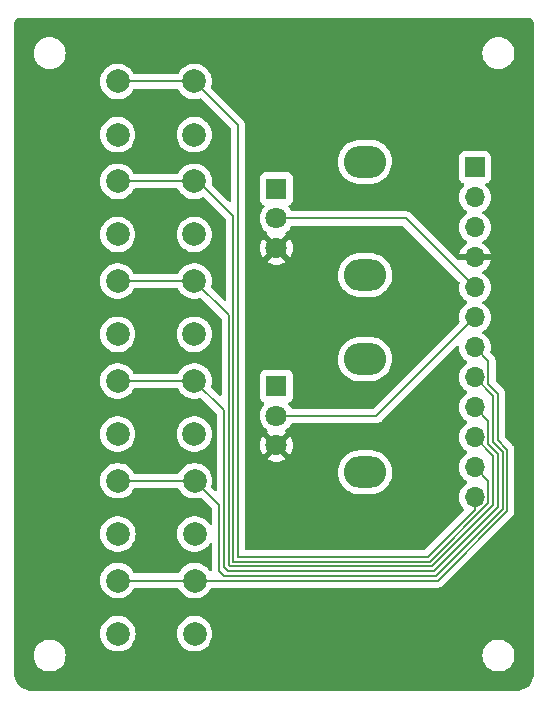
<source format=gtl>
G04 #@! TF.GenerationSoftware,KiCad,Pcbnew,7.0.9*
G04 #@! TF.CreationDate,2024-01-02T17:05:22-06:00*
G04 #@! TF.ProjectId,basic_expander_v2.1,62617369-635f-4657-9870-616e6465725f,rev?*
G04 #@! TF.SameCoordinates,Original*
G04 #@! TF.FileFunction,Copper,L1,Top*
G04 #@! TF.FilePolarity,Positive*
%FSLAX46Y46*%
G04 Gerber Fmt 4.6, Leading zero omitted, Abs format (unit mm)*
G04 Created by KiCad (PCBNEW 7.0.9) date 2024-01-02 17:05:22*
%MOMM*%
%LPD*%
G01*
G04 APERTURE LIST*
G04 #@! TA.AperFunction,ComponentPad*
%ADD10O,3.580000X2.720000*%
G04 #@! TD*
G04 #@! TA.AperFunction,ComponentPad*
%ADD11O,3.580000X2.696000*%
G04 #@! TD*
G04 #@! TA.AperFunction,ComponentPad*
%ADD12R,1.800000X1.800000*%
G04 #@! TD*
G04 #@! TA.AperFunction,ComponentPad*
%ADD13C,1.800000*%
G04 #@! TD*
G04 #@! TA.AperFunction,ComponentPad*
%ADD14C,2.000000*%
G04 #@! TD*
G04 #@! TA.AperFunction,ComponentPad*
%ADD15R,1.700000X1.700000*%
G04 #@! TD*
G04 #@! TA.AperFunction,ComponentPad*
%ADD16O,1.700000X1.700000*%
G04 #@! TD*
G04 #@! TA.AperFunction,Conductor*
%ADD17C,0.200000*%
G04 #@! TD*
G04 APERTURE END LIST*
D10*
X90200000Y-69400000D03*
D11*
X90212000Y-78988000D03*
D12*
X82700000Y-71700000D03*
D13*
X82700000Y-74200000D03*
X82700000Y-76700000D03*
D10*
X90200000Y-52700000D03*
D11*
X90212000Y-62288000D03*
D12*
X82700000Y-55000000D03*
D13*
X82700000Y-57500000D03*
X82700000Y-60000000D03*
D14*
X69250000Y-54351222D03*
X75750000Y-54351222D03*
X69250000Y-58851222D03*
X75750000Y-58851222D03*
X69273315Y-88156111D03*
X75773315Y-88156111D03*
X69273315Y-92656111D03*
X75773315Y-92656111D03*
D15*
X99500000Y-53170000D03*
D16*
X99500000Y-55710000D03*
X99500000Y-58250000D03*
X99500000Y-60790000D03*
X99500000Y-63330000D03*
X99500000Y-65870000D03*
X99500000Y-68410000D03*
X99500000Y-70950000D03*
X99500000Y-73490000D03*
X99500000Y-76030000D03*
X99500000Y-78570000D03*
X99500000Y-81110000D03*
D14*
X69250000Y-45900000D03*
X75750000Y-45900000D03*
X69250000Y-50400000D03*
X75750000Y-50400000D03*
X69273315Y-79704888D03*
X75773315Y-79704888D03*
X69273315Y-84204888D03*
X75773315Y-84204888D03*
X69250000Y-62802444D03*
X75750000Y-62802444D03*
X69250000Y-67302444D03*
X75750000Y-67302444D03*
X69250000Y-71253666D03*
X75750000Y-71253666D03*
X69250000Y-75753666D03*
X75750000Y-75753666D03*
D17*
X93670000Y-57500000D02*
X99500000Y-63330000D01*
X82700000Y-57500000D02*
X93670000Y-57500000D01*
X82700000Y-74200000D02*
X91170000Y-74200000D01*
X91170000Y-74200000D02*
X99500000Y-65870000D01*
X100650000Y-71534314D02*
X100650000Y-69560000D01*
X102250000Y-77082942D02*
X101450000Y-76282942D01*
X101450000Y-76282942D02*
X101450000Y-72334314D01*
X69273315Y-88156111D02*
X75773315Y-88156111D01*
X101450000Y-72334314D02*
X100650000Y-71534314D01*
X75773315Y-88156111D02*
X96342975Y-88156111D01*
X102250000Y-82249086D02*
X102250000Y-77082942D01*
X100650000Y-69560000D02*
X99500000Y-68410000D01*
X96342975Y-88156111D02*
X102250000Y-82249086D01*
X96177290Y-87756111D02*
X101850000Y-82083401D01*
X101850000Y-82083401D02*
X101850000Y-77248628D01*
X77850000Y-87350000D02*
X78256111Y-87756111D01*
X101050000Y-72500000D02*
X99500000Y-70950000D01*
X101850000Y-77248628D02*
X101050000Y-76448628D01*
X78256111Y-87756111D02*
X96177290Y-87756111D01*
X69273315Y-79704888D02*
X75773315Y-79704888D01*
X101050000Y-76448628D02*
X101050000Y-72500000D01*
X77850000Y-81781573D02*
X77850000Y-87350000D01*
X75773315Y-79704888D02*
X77850000Y-81781573D01*
X101450000Y-77414314D02*
X100650000Y-76614314D01*
X96011605Y-87356111D02*
X101450000Y-81917716D01*
X101450000Y-81917716D02*
X101450000Y-77414314D01*
X100650000Y-76614314D02*
X100650000Y-74640000D01*
X78250000Y-73753666D02*
X78250000Y-87000000D01*
X78250000Y-87000000D02*
X78606111Y-87356111D01*
X75750000Y-71253666D02*
X78250000Y-73753666D01*
X78606111Y-87356111D02*
X96011605Y-87356111D01*
X69250000Y-71253666D02*
X75750000Y-71253666D01*
X100650000Y-74640000D02*
X99500000Y-73490000D01*
X101050000Y-77580000D02*
X99500000Y-76030000D01*
X78650000Y-65702444D02*
X78650000Y-86834314D01*
X78771797Y-86956111D02*
X95845920Y-86956111D01*
X95845920Y-86956111D02*
X101050000Y-81752031D01*
X101050000Y-81752031D02*
X101050000Y-77580000D01*
X69250000Y-62802444D02*
X75750000Y-62802444D01*
X75750000Y-62802444D02*
X78650000Y-65702444D01*
X78650000Y-86834314D02*
X78771797Y-86956111D01*
X76000000Y-54250000D02*
X79050000Y-57300000D01*
X79050000Y-86556111D02*
X95680235Y-86556111D01*
X69250000Y-54351222D02*
X75750000Y-54351222D01*
X95680235Y-86556111D02*
X100650000Y-81586346D01*
X75898778Y-54351222D02*
X76000000Y-54250000D01*
X100650000Y-81586346D02*
X100650000Y-79720000D01*
X75750000Y-54351222D02*
X75898778Y-54351222D01*
X100650000Y-79720000D02*
X99500000Y-78570000D01*
X79050000Y-57300000D02*
X79050000Y-86556111D01*
X95514549Y-86156111D02*
X99500000Y-82170660D01*
X75750000Y-45900000D02*
X79450000Y-49600000D01*
X99500000Y-82170660D02*
X99500000Y-81110000D01*
X79450000Y-49600000D02*
X79450000Y-86156111D01*
X69250000Y-45900000D02*
X75750000Y-45900000D01*
X79450000Y-86156111D02*
X95514549Y-86156111D01*
G04 #@! TA.AperFunction,Conductor*
G36*
X104003458Y-40500889D02*
G01*
X104097266Y-40511459D01*
X104124331Y-40517636D01*
X104203540Y-40545352D01*
X104228553Y-40557398D01*
X104299606Y-40602043D01*
X104321313Y-40619355D01*
X104380644Y-40678686D01*
X104397957Y-40700395D01*
X104442600Y-40771444D01*
X104454648Y-40796462D01*
X104482362Y-40875666D01*
X104488540Y-40902735D01*
X104493133Y-40943501D01*
X104499110Y-40996535D01*
X104499500Y-41003482D01*
X104499500Y-95997786D01*
X104499342Y-96002210D01*
X104484869Y-96204557D01*
X104482351Y-96222068D01*
X104440646Y-96413787D01*
X104435662Y-96430763D01*
X104367090Y-96614609D01*
X104359740Y-96630701D01*
X104265711Y-96802904D01*
X104256146Y-96817789D01*
X104138558Y-96974867D01*
X104126972Y-96988237D01*
X103988237Y-97126972D01*
X103974867Y-97138558D01*
X103817789Y-97256146D01*
X103802904Y-97265711D01*
X103630701Y-97359740D01*
X103614609Y-97367090D01*
X103430763Y-97435662D01*
X103413787Y-97440646D01*
X103222068Y-97482351D01*
X103204557Y-97484869D01*
X103023733Y-97497802D01*
X103002208Y-97499342D01*
X102997786Y-97499500D01*
X62002214Y-97499500D01*
X61997791Y-97499342D01*
X61973413Y-97497598D01*
X61795442Y-97484869D01*
X61777931Y-97482351D01*
X61586212Y-97440646D01*
X61569236Y-97435662D01*
X61385390Y-97367090D01*
X61369298Y-97359740D01*
X61197095Y-97265711D01*
X61182210Y-97256146D01*
X61025132Y-97138558D01*
X61011762Y-97126972D01*
X60873027Y-96988237D01*
X60861441Y-96974867D01*
X60743849Y-96817784D01*
X60734288Y-96802904D01*
X60640259Y-96630701D01*
X60632909Y-96614609D01*
X60572091Y-96451551D01*
X60564334Y-96430755D01*
X60559355Y-96413797D01*
X60517647Y-96222063D01*
X60515130Y-96204556D01*
X60500658Y-96002210D01*
X60500500Y-95997786D01*
X60500500Y-94500000D01*
X62144341Y-94500000D01*
X62164936Y-94735403D01*
X62164938Y-94735413D01*
X62226094Y-94963655D01*
X62226096Y-94963659D01*
X62226097Y-94963663D01*
X62276031Y-95070746D01*
X62325964Y-95177828D01*
X62325965Y-95177830D01*
X62461505Y-95371402D01*
X62628597Y-95538494D01*
X62822169Y-95674034D01*
X62822171Y-95674035D01*
X63036337Y-95773903D01*
X63264592Y-95835063D01*
X63441034Y-95850500D01*
X63558966Y-95850500D01*
X63735408Y-95835063D01*
X63963663Y-95773903D01*
X64177829Y-95674035D01*
X64371401Y-95538495D01*
X64538495Y-95371401D01*
X64674035Y-95177830D01*
X64773903Y-94963663D01*
X64835063Y-94735408D01*
X64855659Y-94500000D01*
X100144341Y-94500000D01*
X100164936Y-94735403D01*
X100164938Y-94735413D01*
X100226094Y-94963655D01*
X100226096Y-94963659D01*
X100226097Y-94963663D01*
X100276031Y-95070746D01*
X100325964Y-95177828D01*
X100325965Y-95177830D01*
X100461505Y-95371402D01*
X100628597Y-95538494D01*
X100822169Y-95674034D01*
X100822171Y-95674035D01*
X101036337Y-95773903D01*
X101264592Y-95835063D01*
X101441034Y-95850500D01*
X101558966Y-95850500D01*
X101735408Y-95835063D01*
X101963663Y-95773903D01*
X102177829Y-95674035D01*
X102371401Y-95538495D01*
X102538495Y-95371401D01*
X102674035Y-95177830D01*
X102773903Y-94963663D01*
X102835063Y-94735408D01*
X102855659Y-94500000D01*
X102835063Y-94264592D01*
X102773903Y-94036337D01*
X102674035Y-93822171D01*
X102674034Y-93822169D01*
X102538494Y-93628597D01*
X102371402Y-93461505D01*
X102177830Y-93325965D01*
X102177828Y-93325964D01*
X102070746Y-93276031D01*
X101963663Y-93226097D01*
X101963659Y-93226096D01*
X101963655Y-93226094D01*
X101735413Y-93164938D01*
X101735403Y-93164936D01*
X101558966Y-93149500D01*
X101441034Y-93149500D01*
X101264596Y-93164936D01*
X101264586Y-93164938D01*
X101036344Y-93226094D01*
X101036335Y-93226098D01*
X100822171Y-93325964D01*
X100822169Y-93325965D01*
X100628597Y-93461505D01*
X100461506Y-93628597D01*
X100461501Y-93628604D01*
X100325967Y-93822165D01*
X100325965Y-93822169D01*
X100226098Y-94036335D01*
X100226094Y-94036344D01*
X100164938Y-94264586D01*
X100164936Y-94264596D01*
X100144341Y-94499999D01*
X100144341Y-94500000D01*
X64855659Y-94500000D01*
X64835063Y-94264592D01*
X64773903Y-94036337D01*
X64674035Y-93822171D01*
X64674034Y-93822169D01*
X64538494Y-93628597D01*
X64371402Y-93461505D01*
X64177830Y-93325965D01*
X64177828Y-93325964D01*
X64070746Y-93276031D01*
X63963663Y-93226097D01*
X63963659Y-93226096D01*
X63963655Y-93226094D01*
X63735413Y-93164938D01*
X63735403Y-93164936D01*
X63558966Y-93149500D01*
X63441034Y-93149500D01*
X63264596Y-93164936D01*
X63264586Y-93164938D01*
X63036344Y-93226094D01*
X63036335Y-93226098D01*
X62822171Y-93325964D01*
X62822169Y-93325965D01*
X62628597Y-93461505D01*
X62461506Y-93628597D01*
X62461501Y-93628604D01*
X62325967Y-93822165D01*
X62325965Y-93822169D01*
X62226098Y-94036335D01*
X62226094Y-94036344D01*
X62164938Y-94264586D01*
X62164936Y-94264596D01*
X62144341Y-94499999D01*
X62144341Y-94500000D01*
X60500500Y-94500000D01*
X60500500Y-92656116D01*
X67767672Y-92656116D01*
X67788205Y-92903923D01*
X67788207Y-92903935D01*
X67849251Y-93144992D01*
X67949141Y-93372717D01*
X68085148Y-93580893D01*
X68085151Y-93580896D01*
X68253571Y-93763849D01*
X68449806Y-93916585D01*
X68668505Y-94034939D01*
X68903701Y-94115682D01*
X69148980Y-94156611D01*
X69397650Y-94156611D01*
X69642929Y-94115682D01*
X69878125Y-94034939D01*
X70096824Y-93916585D01*
X70293059Y-93763849D01*
X70461479Y-93580896D01*
X70597488Y-93372718D01*
X70697378Y-93144992D01*
X70758423Y-92903932D01*
X70778958Y-92656116D01*
X74267672Y-92656116D01*
X74288205Y-92903923D01*
X74288207Y-92903935D01*
X74349251Y-93144992D01*
X74449141Y-93372717D01*
X74585148Y-93580893D01*
X74585151Y-93580896D01*
X74753571Y-93763849D01*
X74949806Y-93916585D01*
X75168505Y-94034939D01*
X75403701Y-94115682D01*
X75648980Y-94156611D01*
X75897650Y-94156611D01*
X76142929Y-94115682D01*
X76378125Y-94034939D01*
X76596824Y-93916585D01*
X76793059Y-93763849D01*
X76961479Y-93580896D01*
X77097488Y-93372718D01*
X77197378Y-93144992D01*
X77258423Y-92903932D01*
X77278958Y-92656111D01*
X77258423Y-92408290D01*
X77197378Y-92167230D01*
X77097488Y-91939504D01*
X76961481Y-91731328D01*
X76939872Y-91707855D01*
X76793059Y-91548373D01*
X76596824Y-91395637D01*
X76596822Y-91395636D01*
X76596821Y-91395635D01*
X76378126Y-91277283D01*
X76378117Y-91277280D01*
X76142931Y-91196540D01*
X75897650Y-91155611D01*
X75648980Y-91155611D01*
X75403698Y-91196540D01*
X75168512Y-91277280D01*
X75168503Y-91277283D01*
X74949808Y-91395635D01*
X74753572Y-91548372D01*
X74585148Y-91731328D01*
X74449141Y-91939504D01*
X74349251Y-92167229D01*
X74288207Y-92408286D01*
X74288205Y-92408298D01*
X74267672Y-92656105D01*
X74267672Y-92656116D01*
X70778958Y-92656116D01*
X70778958Y-92656111D01*
X70758423Y-92408290D01*
X70697378Y-92167230D01*
X70597488Y-91939504D01*
X70461481Y-91731328D01*
X70439872Y-91707855D01*
X70293059Y-91548373D01*
X70096824Y-91395637D01*
X70096822Y-91395636D01*
X70096821Y-91395635D01*
X69878126Y-91277283D01*
X69878117Y-91277280D01*
X69642931Y-91196540D01*
X69397650Y-91155611D01*
X69148980Y-91155611D01*
X68903698Y-91196540D01*
X68668512Y-91277280D01*
X68668503Y-91277283D01*
X68449808Y-91395635D01*
X68253572Y-91548372D01*
X68085148Y-91731328D01*
X67949141Y-91939504D01*
X67849251Y-92167229D01*
X67788207Y-92408286D01*
X67788205Y-92408298D01*
X67767672Y-92656105D01*
X67767672Y-92656116D01*
X60500500Y-92656116D01*
X60500500Y-84204893D01*
X67767672Y-84204893D01*
X67788205Y-84452700D01*
X67788207Y-84452712D01*
X67849251Y-84693769D01*
X67949141Y-84921494D01*
X68085148Y-85129670D01*
X68085151Y-85129673D01*
X68253571Y-85312626D01*
X68449806Y-85465362D01*
X68449808Y-85465363D01*
X68616571Y-85555611D01*
X68668505Y-85583716D01*
X68903701Y-85664459D01*
X69148980Y-85705388D01*
X69397650Y-85705388D01*
X69642929Y-85664459D01*
X69878125Y-85583716D01*
X70096824Y-85465362D01*
X70293059Y-85312626D01*
X70461479Y-85129673D01*
X70597488Y-84921495D01*
X70697378Y-84693769D01*
X70758423Y-84452709D01*
X70778958Y-84204888D01*
X70758423Y-83957067D01*
X70697378Y-83716007D01*
X70597488Y-83488281D01*
X70521180Y-83371482D01*
X70461481Y-83280105D01*
X70439872Y-83256632D01*
X70293059Y-83097150D01*
X70096824Y-82944414D01*
X70096822Y-82944413D01*
X70096821Y-82944412D01*
X69878126Y-82826060D01*
X69878117Y-82826057D01*
X69642931Y-82745317D01*
X69397650Y-82704388D01*
X69148980Y-82704388D01*
X68903698Y-82745317D01*
X68668512Y-82826057D01*
X68668503Y-82826060D01*
X68449808Y-82944412D01*
X68253572Y-83097149D01*
X68085148Y-83280105D01*
X67949141Y-83488281D01*
X67849251Y-83716006D01*
X67788207Y-83957063D01*
X67788205Y-83957075D01*
X67767672Y-84204882D01*
X67767672Y-84204893D01*
X60500500Y-84204893D01*
X60500500Y-75753671D01*
X67744357Y-75753671D01*
X67764890Y-76001478D01*
X67764892Y-76001490D01*
X67825936Y-76242547D01*
X67925826Y-76470272D01*
X68061833Y-76678448D01*
X68061836Y-76678451D01*
X68230256Y-76861404D01*
X68426491Y-77014140D01*
X68426493Y-77014141D01*
X68631253Y-77124952D01*
X68645190Y-77132494D01*
X68837240Y-77198425D01*
X68880100Y-77213139D01*
X68880386Y-77213237D01*
X69125665Y-77254166D01*
X69374335Y-77254166D01*
X69619614Y-77213237D01*
X69854810Y-77132494D01*
X70073509Y-77014140D01*
X70269744Y-76861404D01*
X70438164Y-76678451D01*
X70574173Y-76470273D01*
X70674063Y-76242547D01*
X70735108Y-76001487D01*
X70736653Y-75982845D01*
X70755643Y-75753671D01*
X74244357Y-75753671D01*
X74264890Y-76001478D01*
X74264892Y-76001490D01*
X74325936Y-76242547D01*
X74425826Y-76470272D01*
X74561833Y-76678448D01*
X74561836Y-76678451D01*
X74730256Y-76861404D01*
X74926491Y-77014140D01*
X74926493Y-77014141D01*
X75131253Y-77124952D01*
X75145190Y-77132494D01*
X75337240Y-77198425D01*
X75380100Y-77213139D01*
X75380386Y-77213237D01*
X75625665Y-77254166D01*
X75874335Y-77254166D01*
X76119614Y-77213237D01*
X76354810Y-77132494D01*
X76573509Y-77014140D01*
X76769744Y-76861404D01*
X76938164Y-76678451D01*
X77074173Y-76470273D01*
X77174063Y-76242547D01*
X77235108Y-76001487D01*
X77236653Y-75982845D01*
X77255643Y-75753671D01*
X77255643Y-75753660D01*
X77235109Y-75505853D01*
X77235107Y-75505841D01*
X77174063Y-75264784D01*
X77074173Y-75037059D01*
X76938166Y-74828883D01*
X76895467Y-74782500D01*
X76769744Y-74645928D01*
X76573509Y-74493192D01*
X76573507Y-74493191D01*
X76573506Y-74493190D01*
X76354811Y-74374838D01*
X76354802Y-74374835D01*
X76119616Y-74294095D01*
X75874335Y-74253166D01*
X75625665Y-74253166D01*
X75380383Y-74294095D01*
X75145197Y-74374835D01*
X75145188Y-74374838D01*
X74926493Y-74493190D01*
X74730257Y-74645927D01*
X74561833Y-74828883D01*
X74425826Y-75037059D01*
X74325936Y-75264784D01*
X74264892Y-75505841D01*
X74264890Y-75505853D01*
X74244357Y-75753660D01*
X74244357Y-75753671D01*
X70755643Y-75753671D01*
X70755643Y-75753660D01*
X70735109Y-75505853D01*
X70735107Y-75505841D01*
X70674063Y-75264784D01*
X70574173Y-75037059D01*
X70438166Y-74828883D01*
X70395467Y-74782500D01*
X70269744Y-74645928D01*
X70073509Y-74493192D01*
X70073507Y-74493191D01*
X70073506Y-74493190D01*
X69854811Y-74374838D01*
X69854802Y-74374835D01*
X69619616Y-74294095D01*
X69374335Y-74253166D01*
X69125665Y-74253166D01*
X68880383Y-74294095D01*
X68645197Y-74374835D01*
X68645188Y-74374838D01*
X68426493Y-74493190D01*
X68230257Y-74645927D01*
X68061833Y-74828883D01*
X67925826Y-75037059D01*
X67825936Y-75264784D01*
X67764892Y-75505841D01*
X67764890Y-75505853D01*
X67744357Y-75753660D01*
X67744357Y-75753671D01*
X60500500Y-75753671D01*
X60500500Y-71253671D01*
X67744357Y-71253671D01*
X67764890Y-71501478D01*
X67764892Y-71501490D01*
X67825936Y-71742547D01*
X67925826Y-71970272D01*
X68061833Y-72178448D01*
X68061836Y-72178451D01*
X68230256Y-72361404D01*
X68426491Y-72514140D01*
X68535840Y-72573317D01*
X68619510Y-72618597D01*
X68645190Y-72632494D01*
X68880386Y-72713237D01*
X69125665Y-72754166D01*
X69374335Y-72754166D01*
X69619614Y-72713237D01*
X69854810Y-72632494D01*
X70073509Y-72514140D01*
X70269744Y-72361404D01*
X70438164Y-72178451D01*
X70574173Y-71970273D01*
X70592560Y-71928355D01*
X70637517Y-71874870D01*
X70704253Y-71854180D01*
X70706116Y-71854166D01*
X74293884Y-71854166D01*
X74360923Y-71873851D01*
X74406678Y-71926655D01*
X74407440Y-71928355D01*
X74425827Y-71970274D01*
X74561833Y-72178448D01*
X74561836Y-72178451D01*
X74730256Y-72361404D01*
X74926491Y-72514140D01*
X75035840Y-72573317D01*
X75119510Y-72618597D01*
X75145190Y-72632494D01*
X75380386Y-72713237D01*
X75625665Y-72754166D01*
X75874335Y-72754166D01*
X76119608Y-72713238D01*
X76119607Y-72713238D01*
X76119614Y-72713237D01*
X76225607Y-72676848D01*
X76295402Y-72673699D01*
X76353548Y-72706449D01*
X77613181Y-73966082D01*
X77646666Y-74027405D01*
X77649500Y-74053763D01*
X77649500Y-80432476D01*
X77629815Y-80499515D01*
X77577011Y-80545270D01*
X77507853Y-80555214D01*
X77444297Y-80526189D01*
X77437819Y-80520157D01*
X77229831Y-80312169D01*
X77196346Y-80250846D01*
X77197307Y-80194047D01*
X77197376Y-80193772D01*
X77197378Y-80193769D01*
X77258423Y-79952709D01*
X77259346Y-79941575D01*
X77278958Y-79704893D01*
X77278958Y-79704882D01*
X77258424Y-79457075D01*
X77258422Y-79457063D01*
X77197378Y-79216006D01*
X77097488Y-78988281D01*
X76961481Y-78780105D01*
X76939872Y-78756632D01*
X76793059Y-78597150D01*
X76596824Y-78444414D01*
X76596822Y-78444413D01*
X76596821Y-78444412D01*
X76378126Y-78326060D01*
X76378117Y-78326057D01*
X76142931Y-78245317D01*
X75897650Y-78204388D01*
X75648980Y-78204388D01*
X75403698Y-78245317D01*
X75168512Y-78326057D01*
X75168503Y-78326060D01*
X74949808Y-78444412D01*
X74753572Y-78597149D01*
X74585148Y-78780105D01*
X74449142Y-78988279D01*
X74430755Y-79030199D01*
X74385798Y-79083684D01*
X74319062Y-79104374D01*
X74317199Y-79104388D01*
X70729431Y-79104388D01*
X70662392Y-79084703D01*
X70616637Y-79031899D01*
X70615875Y-79030199D01*
X70597487Y-78988279D01*
X70461481Y-78780105D01*
X70439872Y-78756632D01*
X70293059Y-78597150D01*
X70096824Y-78444414D01*
X70096822Y-78444413D01*
X70096821Y-78444412D01*
X69878126Y-78326060D01*
X69878117Y-78326057D01*
X69642931Y-78245317D01*
X69397650Y-78204388D01*
X69148980Y-78204388D01*
X68903698Y-78245317D01*
X68668512Y-78326057D01*
X68668503Y-78326060D01*
X68449808Y-78444412D01*
X68253572Y-78597149D01*
X68085148Y-78780105D01*
X67949141Y-78988281D01*
X67849251Y-79216006D01*
X67788207Y-79457063D01*
X67788205Y-79457075D01*
X67767672Y-79704882D01*
X67767672Y-79704893D01*
X67788205Y-79952700D01*
X67788207Y-79952712D01*
X67849251Y-80193769D01*
X67949141Y-80421494D01*
X68085148Y-80629670D01*
X68085151Y-80629673D01*
X68253571Y-80812626D01*
X68449806Y-80965362D01*
X68668505Y-81083716D01*
X68903701Y-81164459D01*
X69148980Y-81205388D01*
X69397650Y-81205388D01*
X69642929Y-81164459D01*
X69878125Y-81083716D01*
X70096824Y-80965362D01*
X70293059Y-80812626D01*
X70461479Y-80629673D01*
X70597488Y-80421495D01*
X70615875Y-80379577D01*
X70660832Y-80326092D01*
X70727568Y-80305402D01*
X70729431Y-80305388D01*
X74317199Y-80305388D01*
X74384238Y-80325073D01*
X74429993Y-80377877D01*
X74430755Y-80379577D01*
X74449142Y-80421496D01*
X74585148Y-80629670D01*
X74585151Y-80629673D01*
X74753571Y-80812626D01*
X74949806Y-80965362D01*
X75168505Y-81083716D01*
X75403701Y-81164459D01*
X75648980Y-81205388D01*
X75897650Y-81205388D01*
X76142923Y-81164460D01*
X76142922Y-81164460D01*
X76142929Y-81164459D01*
X76248922Y-81128070D01*
X76318717Y-81124921D01*
X76376863Y-81157671D01*
X77213181Y-81993989D01*
X77246666Y-82055312D01*
X77249500Y-82081670D01*
X77249500Y-83304443D01*
X77229815Y-83371482D01*
X77177011Y-83417237D01*
X77107853Y-83427181D01*
X77044297Y-83398156D01*
X77021691Y-83372264D01*
X76961481Y-83280105D01*
X76939872Y-83256632D01*
X76793059Y-83097150D01*
X76596824Y-82944414D01*
X76596822Y-82944413D01*
X76596821Y-82944412D01*
X76378126Y-82826060D01*
X76378117Y-82826057D01*
X76142931Y-82745317D01*
X75897650Y-82704388D01*
X75648980Y-82704388D01*
X75403698Y-82745317D01*
X75168512Y-82826057D01*
X75168503Y-82826060D01*
X74949808Y-82944412D01*
X74753572Y-83097149D01*
X74585148Y-83280105D01*
X74449141Y-83488281D01*
X74349251Y-83716006D01*
X74288207Y-83957063D01*
X74288205Y-83957075D01*
X74267672Y-84204882D01*
X74267672Y-84204893D01*
X74288205Y-84452700D01*
X74288207Y-84452712D01*
X74349251Y-84693769D01*
X74449141Y-84921494D01*
X74585148Y-85129670D01*
X74585151Y-85129673D01*
X74753571Y-85312626D01*
X74949806Y-85465362D01*
X74949808Y-85465363D01*
X75116571Y-85555611D01*
X75168505Y-85583716D01*
X75403701Y-85664459D01*
X75648980Y-85705388D01*
X75897650Y-85705388D01*
X76142929Y-85664459D01*
X76378125Y-85583716D01*
X76596824Y-85465362D01*
X76793059Y-85312626D01*
X76961479Y-85129673D01*
X77021691Y-85037510D01*
X77074837Y-84992154D01*
X77144068Y-84982730D01*
X77207404Y-85012231D01*
X77244736Y-85071292D01*
X77249500Y-85105332D01*
X77249500Y-87255666D01*
X77229815Y-87322705D01*
X77177011Y-87368460D01*
X77107853Y-87378404D01*
X77044297Y-87349379D01*
X77021691Y-87323487D01*
X76961481Y-87231328D01*
X76939872Y-87207855D01*
X76793059Y-87048373D01*
X76596824Y-86895637D01*
X76596822Y-86895636D01*
X76596821Y-86895635D01*
X76378126Y-86777283D01*
X76378117Y-86777280D01*
X76142931Y-86696540D01*
X75897650Y-86655611D01*
X75648980Y-86655611D01*
X75403698Y-86696540D01*
X75168512Y-86777280D01*
X75168503Y-86777283D01*
X74949808Y-86895635D01*
X74753572Y-87048372D01*
X74585148Y-87231328D01*
X74449142Y-87439502D01*
X74430755Y-87481422D01*
X74385798Y-87534907D01*
X74319062Y-87555597D01*
X74317199Y-87555611D01*
X70729431Y-87555611D01*
X70662392Y-87535926D01*
X70616637Y-87483122D01*
X70615875Y-87481422D01*
X70597487Y-87439502D01*
X70461481Y-87231328D01*
X70439872Y-87207855D01*
X70293059Y-87048373D01*
X70096824Y-86895637D01*
X70096822Y-86895636D01*
X70096821Y-86895635D01*
X69878126Y-86777283D01*
X69878117Y-86777280D01*
X69642931Y-86696540D01*
X69397650Y-86655611D01*
X69148980Y-86655611D01*
X68903698Y-86696540D01*
X68668512Y-86777280D01*
X68668503Y-86777283D01*
X68449808Y-86895635D01*
X68253572Y-87048372D01*
X68085148Y-87231328D01*
X67949141Y-87439504D01*
X67849251Y-87667229D01*
X67788207Y-87908286D01*
X67788205Y-87908298D01*
X67767672Y-88156105D01*
X67767672Y-88156116D01*
X67788205Y-88403923D01*
X67788207Y-88403935D01*
X67849251Y-88644992D01*
X67949141Y-88872717D01*
X68085148Y-89080893D01*
X68085151Y-89080896D01*
X68253571Y-89263849D01*
X68449806Y-89416585D01*
X68668505Y-89534939D01*
X68903701Y-89615682D01*
X69148980Y-89656611D01*
X69397650Y-89656611D01*
X69642929Y-89615682D01*
X69878125Y-89534939D01*
X70096824Y-89416585D01*
X70293059Y-89263849D01*
X70461479Y-89080896D01*
X70597488Y-88872718D01*
X70615875Y-88830800D01*
X70660832Y-88777315D01*
X70727568Y-88756625D01*
X70729431Y-88756611D01*
X74317199Y-88756611D01*
X74384238Y-88776296D01*
X74429993Y-88829100D01*
X74430755Y-88830800D01*
X74449142Y-88872719D01*
X74585148Y-89080893D01*
X74585151Y-89080896D01*
X74753571Y-89263849D01*
X74949806Y-89416585D01*
X75168505Y-89534939D01*
X75403701Y-89615682D01*
X75648980Y-89656611D01*
X75897650Y-89656611D01*
X76142929Y-89615682D01*
X76378125Y-89534939D01*
X76596824Y-89416585D01*
X76793059Y-89263849D01*
X76961479Y-89080896D01*
X77097488Y-88872718D01*
X77115875Y-88830800D01*
X77160832Y-88777315D01*
X77227568Y-88756625D01*
X77229431Y-88756611D01*
X96299547Y-88756611D01*
X96307645Y-88757141D01*
X96342975Y-88761793D01*
X96342976Y-88761793D01*
X96395229Y-88754913D01*
X96499737Y-88741155D01*
X96645816Y-88680647D01*
X96771257Y-88584393D01*
X96792958Y-88556110D01*
X96798286Y-88550033D01*
X102643922Y-82704397D01*
X102649999Y-82699069D01*
X102678282Y-82677368D01*
X102774536Y-82551927D01*
X102835044Y-82405848D01*
X102850500Y-82288447D01*
X102855682Y-82249086D01*
X102851030Y-82213755D01*
X102850500Y-82205657D01*
X102850500Y-77126370D01*
X102851031Y-77118268D01*
X102855682Y-77082941D01*
X102855682Y-77082940D01*
X102835044Y-76926181D01*
X102835044Y-76926180D01*
X102774536Y-76780101D01*
X102752566Y-76751469D01*
X102678282Y-76654660D01*
X102650005Y-76632962D01*
X102643904Y-76627611D01*
X102086819Y-76070526D01*
X102053334Y-76009203D01*
X102050500Y-75982845D01*
X102050500Y-72377742D01*
X102051031Y-72369640D01*
X102052116Y-72361404D01*
X102055682Y-72334314D01*
X102053266Y-72315965D01*
X102035044Y-72177553D01*
X102035044Y-72177552D01*
X101974536Y-72031473D01*
X101931559Y-71975464D01*
X101878282Y-71906032D01*
X101850005Y-71884334D01*
X101843904Y-71878983D01*
X101286819Y-71321898D01*
X101253334Y-71260575D01*
X101250500Y-71234217D01*
X101250500Y-69603428D01*
X101251031Y-69595326D01*
X101255682Y-69559999D01*
X101255682Y-69559998D01*
X101235044Y-69403239D01*
X101235042Y-69403234D01*
X101174538Y-69257163D01*
X101174538Y-69257162D01*
X101174536Y-69257159D01*
X101102450Y-69163215D01*
X101090366Y-69147466D01*
X101078283Y-69131718D01*
X101050009Y-69110023D01*
X101043912Y-69104677D01*
X100832766Y-68893531D01*
X100799281Y-68832208D01*
X100800672Y-68773757D01*
X100803818Y-68762014D01*
X100835063Y-68645408D01*
X100855659Y-68410000D01*
X100835063Y-68174592D01*
X100773903Y-67946337D01*
X100674035Y-67732171D01*
X100621830Y-67657613D01*
X100538494Y-67538597D01*
X100371402Y-67371506D01*
X100371396Y-67371501D01*
X100185842Y-67241575D01*
X100142217Y-67186998D01*
X100135023Y-67117500D01*
X100166546Y-67055145D01*
X100185842Y-67038425D01*
X100208026Y-67022891D01*
X100371401Y-66908495D01*
X100538495Y-66741401D01*
X100674035Y-66547830D01*
X100773903Y-66333663D01*
X100835063Y-66105408D01*
X100855659Y-65870000D01*
X100835063Y-65634592D01*
X100773903Y-65406337D01*
X100674035Y-65192171D01*
X100538495Y-64998599D01*
X100538494Y-64998597D01*
X100371402Y-64831506D01*
X100371396Y-64831501D01*
X100185842Y-64701575D01*
X100142217Y-64646998D01*
X100135023Y-64577500D01*
X100166546Y-64515145D01*
X100185842Y-64498425D01*
X100231948Y-64466141D01*
X100371401Y-64368495D01*
X100538495Y-64201401D01*
X100674035Y-64007830D01*
X100773903Y-63793663D01*
X100835063Y-63565408D01*
X100855659Y-63330000D01*
X100835063Y-63094592D01*
X100773903Y-62866337D01*
X100674035Y-62652171D01*
X100654768Y-62624654D01*
X100538494Y-62458597D01*
X100371402Y-62291506D01*
X100371401Y-62291505D01*
X100185405Y-62161269D01*
X100141781Y-62106692D01*
X100134588Y-62037193D01*
X100166110Y-61974839D01*
X100185405Y-61958119D01*
X100371082Y-61828105D01*
X100538105Y-61661082D01*
X100673600Y-61467578D01*
X100773429Y-61253492D01*
X100773432Y-61253486D01*
X100830636Y-61040000D01*
X99933686Y-61040000D01*
X99959493Y-60999844D01*
X100000000Y-60861889D01*
X100000000Y-60718111D01*
X99959493Y-60580156D01*
X99933686Y-60540000D01*
X100830636Y-60540000D01*
X100830635Y-60539999D01*
X100773432Y-60326513D01*
X100773429Y-60326507D01*
X100673600Y-60112422D01*
X100673599Y-60112420D01*
X100538113Y-59918926D01*
X100538108Y-59918920D01*
X100371078Y-59751890D01*
X100185405Y-59621879D01*
X100141780Y-59567302D01*
X100134588Y-59497804D01*
X100166110Y-59435449D01*
X100185406Y-59418730D01*
X100297697Y-59340103D01*
X100371401Y-59288495D01*
X100538495Y-59121401D01*
X100674035Y-58927830D01*
X100773903Y-58713663D01*
X100835063Y-58485408D01*
X100855659Y-58250000D01*
X100835063Y-58014592D01*
X100773903Y-57786337D01*
X100674035Y-57572171D01*
X100632195Y-57512416D01*
X100538494Y-57378597D01*
X100371402Y-57211506D01*
X100371396Y-57211501D01*
X100185842Y-57081575D01*
X100142217Y-57026998D01*
X100135023Y-56957500D01*
X100166546Y-56895145D01*
X100185842Y-56878425D01*
X100253356Y-56831151D01*
X100371401Y-56748495D01*
X100538495Y-56581401D01*
X100674035Y-56387830D01*
X100773903Y-56173663D01*
X100835063Y-55945408D01*
X100855659Y-55710000D01*
X100835063Y-55474592D01*
X100773903Y-55246337D01*
X100674035Y-55032171D01*
X100668461Y-55024211D01*
X100538496Y-54838600D01*
X100538495Y-54838599D01*
X100416567Y-54716671D01*
X100383084Y-54655351D01*
X100388068Y-54585659D01*
X100429939Y-54529725D01*
X100460915Y-54512810D01*
X100592331Y-54463796D01*
X100707546Y-54377546D01*
X100793796Y-54262331D01*
X100844091Y-54127483D01*
X100850500Y-54067873D01*
X100850499Y-52272128D01*
X100844091Y-52212517D01*
X100801259Y-52097679D01*
X100793797Y-52077671D01*
X100793793Y-52077664D01*
X100707547Y-51962455D01*
X100707544Y-51962452D01*
X100592335Y-51876206D01*
X100592328Y-51876202D01*
X100457482Y-51825908D01*
X100457483Y-51825908D01*
X100397883Y-51819501D01*
X100397881Y-51819500D01*
X100397873Y-51819500D01*
X100397864Y-51819500D01*
X98602129Y-51819500D01*
X98602123Y-51819501D01*
X98542516Y-51825908D01*
X98407671Y-51876202D01*
X98407664Y-51876206D01*
X98292455Y-51962452D01*
X98292452Y-51962455D01*
X98206206Y-52077664D01*
X98206202Y-52077671D01*
X98155908Y-52212517D01*
X98149501Y-52272116D01*
X98149501Y-52272123D01*
X98149500Y-52272135D01*
X98149500Y-54067870D01*
X98149501Y-54067876D01*
X98155908Y-54127483D01*
X98206202Y-54262328D01*
X98206206Y-54262335D01*
X98292452Y-54377544D01*
X98292455Y-54377547D01*
X98407664Y-54463793D01*
X98407671Y-54463797D01*
X98539081Y-54512810D01*
X98595015Y-54554681D01*
X98619432Y-54620145D01*
X98604580Y-54688418D01*
X98583430Y-54716673D01*
X98461503Y-54838600D01*
X98325965Y-55032169D01*
X98325964Y-55032171D01*
X98226098Y-55246335D01*
X98226094Y-55246344D01*
X98164938Y-55474586D01*
X98164936Y-55474596D01*
X98144341Y-55709999D01*
X98144341Y-55710000D01*
X98164936Y-55945403D01*
X98164938Y-55945413D01*
X98226094Y-56173655D01*
X98226096Y-56173659D01*
X98226097Y-56173663D01*
X98314618Y-56363497D01*
X98325965Y-56387830D01*
X98325967Y-56387834D01*
X98461501Y-56581395D01*
X98461506Y-56581402D01*
X98628597Y-56748493D01*
X98628603Y-56748498D01*
X98814158Y-56878425D01*
X98857783Y-56933002D01*
X98864977Y-57002500D01*
X98833454Y-57064855D01*
X98814158Y-57081575D01*
X98628597Y-57211505D01*
X98461505Y-57378597D01*
X98325965Y-57572169D01*
X98325964Y-57572171D01*
X98226098Y-57786335D01*
X98226094Y-57786344D01*
X98164938Y-58014586D01*
X98164936Y-58014596D01*
X98144341Y-58249999D01*
X98144341Y-58250000D01*
X98164936Y-58485403D01*
X98164938Y-58485413D01*
X98226094Y-58713655D01*
X98226096Y-58713659D01*
X98226097Y-58713663D01*
X98295407Y-58862298D01*
X98325965Y-58927830D01*
X98325967Y-58927834D01*
X98434281Y-59082521D01*
X98445843Y-59099034D01*
X98461501Y-59121395D01*
X98461506Y-59121402D01*
X98628597Y-59288493D01*
X98628603Y-59288498D01*
X98814594Y-59418730D01*
X98858219Y-59473307D01*
X98865413Y-59542805D01*
X98833890Y-59605160D01*
X98814595Y-59621880D01*
X98628922Y-59751890D01*
X98628920Y-59751891D01*
X98461891Y-59918920D01*
X98461886Y-59918926D01*
X98326400Y-60112420D01*
X98326399Y-60112422D01*
X98226570Y-60326507D01*
X98226567Y-60326513D01*
X98169364Y-60539999D01*
X98169364Y-60540000D01*
X99066314Y-60540000D01*
X99040507Y-60580156D01*
X99000000Y-60718111D01*
X99000000Y-60861889D01*
X99040507Y-60999844D01*
X99066314Y-61040000D01*
X98110597Y-61040000D01*
X98043558Y-61020315D01*
X98022916Y-61003681D01*
X96118269Y-59099034D01*
X94125320Y-57106085D01*
X94119980Y-57099995D01*
X94098282Y-57071718D01*
X93972841Y-56975464D01*
X93972839Y-56975463D01*
X93826763Y-56914956D01*
X93826758Y-56914955D01*
X93826620Y-56914937D01*
X93670001Y-56894318D01*
X93670000Y-56894318D01*
X93634670Y-56898969D01*
X93626572Y-56899500D01*
X84046801Y-56899500D01*
X83979762Y-56879815D01*
X83937747Y-56834519D01*
X83935924Y-56831151D01*
X83808981Y-56636849D01*
X83741608Y-56563662D01*
X83710686Y-56501008D01*
X83718547Y-56431582D01*
X83762694Y-56377426D01*
X83789499Y-56363500D01*
X83842331Y-56343796D01*
X83957546Y-56257546D01*
X84043796Y-56142331D01*
X84094091Y-56007483D01*
X84100500Y-55947873D01*
X84100499Y-54052128D01*
X84094091Y-53992517D01*
X84043796Y-53857669D01*
X84043795Y-53857668D01*
X84043793Y-53857664D01*
X83957547Y-53742455D01*
X83957544Y-53742452D01*
X83842335Y-53656206D01*
X83842328Y-53656202D01*
X83707482Y-53605908D01*
X83707483Y-53605908D01*
X83647883Y-53599501D01*
X83647881Y-53599500D01*
X83647873Y-53599500D01*
X83647864Y-53599500D01*
X81752129Y-53599500D01*
X81752123Y-53599501D01*
X81692516Y-53605908D01*
X81557671Y-53656202D01*
X81557664Y-53656206D01*
X81442455Y-53742452D01*
X81442452Y-53742455D01*
X81356206Y-53857664D01*
X81356202Y-53857671D01*
X81305908Y-53992517D01*
X81299501Y-54052116D01*
X81299501Y-54052123D01*
X81299500Y-54052135D01*
X81299500Y-55947870D01*
X81299501Y-55947876D01*
X81305908Y-56007483D01*
X81356202Y-56142328D01*
X81356206Y-56142335D01*
X81442452Y-56257544D01*
X81442455Y-56257547D01*
X81557664Y-56343793D01*
X81557673Y-56343798D01*
X81610493Y-56363498D01*
X81666427Y-56405368D01*
X81690845Y-56470832D01*
X81675994Y-56539105D01*
X81658392Y-56563662D01*
X81636125Y-56587850D01*
X81591021Y-56636847D01*
X81591019Y-56636848D01*
X81591016Y-56636853D01*
X81464075Y-56831151D01*
X81370842Y-57043699D01*
X81313866Y-57268691D01*
X81313864Y-57268702D01*
X81294700Y-57499993D01*
X81294700Y-57500006D01*
X81313864Y-57731297D01*
X81313866Y-57731308D01*
X81370842Y-57956300D01*
X81464075Y-58168848D01*
X81591016Y-58363147D01*
X81591019Y-58363151D01*
X81591021Y-58363153D01*
X81748216Y-58533913D01*
X81900529Y-58652462D01*
X81941341Y-58709172D01*
X81945016Y-58778945D01*
X81910385Y-58839628D01*
X81901204Y-58847582D01*
X81901200Y-58847647D01*
X82567466Y-59513913D01*
X82557685Y-59515320D01*
X82426900Y-59575048D01*
X82318239Y-59669202D01*
X82240507Y-59790156D01*
X82216923Y-59870476D01*
X81548812Y-59202365D01*
X81464516Y-59331391D01*
X81464514Y-59331395D01*
X81371317Y-59543864D01*
X81314361Y-59768781D01*
X81295202Y-59999994D01*
X81295202Y-60000005D01*
X81314361Y-60231218D01*
X81371317Y-60456135D01*
X81464516Y-60668609D01*
X81548811Y-60797633D01*
X82216922Y-60129523D01*
X82240507Y-60209844D01*
X82318239Y-60330798D01*
X82426900Y-60424952D01*
X82557685Y-60484680D01*
X82567466Y-60486086D01*
X81901199Y-61152351D01*
X81931650Y-61176050D01*
X82135697Y-61286476D01*
X82135706Y-61286479D01*
X82355139Y-61361811D01*
X82583993Y-61400000D01*
X82816007Y-61400000D01*
X83044860Y-61361811D01*
X83264293Y-61286479D01*
X83264302Y-61286476D01*
X83468350Y-61176050D01*
X83498798Y-61152351D01*
X82832533Y-60486086D01*
X82842315Y-60484680D01*
X82973100Y-60424952D01*
X83081761Y-60330798D01*
X83159493Y-60209844D01*
X83183076Y-60129524D01*
X83851186Y-60797634D01*
X83935484Y-60668606D01*
X84028682Y-60456135D01*
X84085638Y-60231218D01*
X84104798Y-60000005D01*
X84104798Y-59999994D01*
X84085638Y-59768781D01*
X84028682Y-59543864D01*
X83935483Y-59331390D01*
X83851186Y-59202364D01*
X83183076Y-59870475D01*
X83159493Y-59790156D01*
X83081761Y-59669202D01*
X82973100Y-59575048D01*
X82842315Y-59515320D01*
X82832534Y-59513913D01*
X83498799Y-58847648D01*
X83498770Y-58847195D01*
X83458658Y-58791460D01*
X83454983Y-58721687D01*
X83489614Y-58661004D01*
X83499465Y-58652466D01*
X83651784Y-58533913D01*
X83808979Y-58363153D01*
X83935924Y-58168849D01*
X83935926Y-58168843D01*
X83937747Y-58165481D01*
X83986967Y-58115891D01*
X84046801Y-58100500D01*
X93369903Y-58100500D01*
X93436942Y-58120185D01*
X93457584Y-58136819D01*
X98167233Y-62846468D01*
X98200718Y-62907791D01*
X98199327Y-62966241D01*
X98164939Y-63094583D01*
X98164936Y-63094596D01*
X98144341Y-63329999D01*
X98144341Y-63330000D01*
X98164936Y-63565403D01*
X98164938Y-63565413D01*
X98226094Y-63793655D01*
X98226096Y-63793659D01*
X98226097Y-63793663D01*
X98277685Y-63904294D01*
X98325965Y-64007830D01*
X98325967Y-64007834D01*
X98461501Y-64201395D01*
X98461506Y-64201402D01*
X98628597Y-64368493D01*
X98628603Y-64368498D01*
X98814158Y-64498425D01*
X98857783Y-64553002D01*
X98864977Y-64622500D01*
X98833454Y-64684855D01*
X98814158Y-64701575D01*
X98628597Y-64831505D01*
X98461505Y-64998597D01*
X98325965Y-65192169D01*
X98325964Y-65192171D01*
X98226098Y-65406335D01*
X98226094Y-65406344D01*
X98164938Y-65634586D01*
X98164936Y-65634596D01*
X98144341Y-65869999D01*
X98144341Y-65870000D01*
X98164936Y-66105403D01*
X98164938Y-66105413D01*
X98199327Y-66233756D01*
X98197664Y-66303606D01*
X98167233Y-66353530D01*
X90957584Y-73563181D01*
X90896261Y-73596666D01*
X90869903Y-73599500D01*
X84046801Y-73599500D01*
X83979762Y-73579815D01*
X83937747Y-73534519D01*
X83935924Y-73531151D01*
X83808981Y-73336849D01*
X83741608Y-73263662D01*
X83710686Y-73201008D01*
X83718547Y-73131582D01*
X83762694Y-73077426D01*
X83789499Y-73063500D01*
X83842331Y-73043796D01*
X83957546Y-72957546D01*
X84043796Y-72842331D01*
X84094091Y-72707483D01*
X84100500Y-72647873D01*
X84100499Y-70752128D01*
X84094091Y-70692517D01*
X84052377Y-70580677D01*
X84043797Y-70557671D01*
X84043793Y-70557664D01*
X83957547Y-70442455D01*
X83957544Y-70442452D01*
X83842335Y-70356206D01*
X83842328Y-70356202D01*
X83707482Y-70305908D01*
X83707483Y-70305908D01*
X83647883Y-70299501D01*
X83647881Y-70299500D01*
X83647873Y-70299500D01*
X83647864Y-70299500D01*
X81752129Y-70299500D01*
X81752123Y-70299501D01*
X81692516Y-70305908D01*
X81557671Y-70356202D01*
X81557664Y-70356206D01*
X81442455Y-70442452D01*
X81442452Y-70442455D01*
X81356206Y-70557664D01*
X81356202Y-70557671D01*
X81305908Y-70692517D01*
X81299501Y-70752116D01*
X81299501Y-70752123D01*
X81299500Y-70752135D01*
X81299500Y-72647870D01*
X81299501Y-72647876D01*
X81305908Y-72707483D01*
X81356202Y-72842328D01*
X81356206Y-72842335D01*
X81442452Y-72957544D01*
X81442455Y-72957547D01*
X81557664Y-73043793D01*
X81557673Y-73043798D01*
X81610493Y-73063498D01*
X81666427Y-73105368D01*
X81690845Y-73170832D01*
X81675994Y-73239105D01*
X81658392Y-73263662D01*
X81591021Y-73336847D01*
X81591019Y-73336848D01*
X81591016Y-73336853D01*
X81464075Y-73531151D01*
X81370842Y-73743699D01*
X81313866Y-73968691D01*
X81313864Y-73968702D01*
X81294700Y-74199993D01*
X81294700Y-74200006D01*
X81313864Y-74431297D01*
X81313866Y-74431308D01*
X81370842Y-74656300D01*
X81464075Y-74868848D01*
X81591016Y-75063147D01*
X81591019Y-75063151D01*
X81591021Y-75063153D01*
X81748216Y-75233913D01*
X81900529Y-75352462D01*
X81941341Y-75409172D01*
X81945016Y-75478945D01*
X81910385Y-75539628D01*
X81901204Y-75547582D01*
X81901200Y-75547647D01*
X82567466Y-76213913D01*
X82557685Y-76215320D01*
X82426900Y-76275048D01*
X82318239Y-76369202D01*
X82240507Y-76490156D01*
X82216923Y-76570476D01*
X81548812Y-75902365D01*
X81464516Y-76031391D01*
X81464514Y-76031395D01*
X81371317Y-76243864D01*
X81314361Y-76468781D01*
X81295202Y-76699994D01*
X81295202Y-76700005D01*
X81314361Y-76931218D01*
X81371317Y-77156135D01*
X81464516Y-77368609D01*
X81548811Y-77497633D01*
X82216922Y-76829523D01*
X82240507Y-76909844D01*
X82318239Y-77030798D01*
X82426900Y-77124952D01*
X82557685Y-77184680D01*
X82567466Y-77186086D01*
X81901199Y-77852351D01*
X81931650Y-77876050D01*
X82135697Y-77986476D01*
X82135706Y-77986479D01*
X82355139Y-78061811D01*
X82583993Y-78100000D01*
X82816007Y-78100000D01*
X83044860Y-78061811D01*
X83264293Y-77986479D01*
X83264302Y-77986476D01*
X83468350Y-77876050D01*
X83498798Y-77852351D01*
X82832533Y-77186086D01*
X82842315Y-77184680D01*
X82973100Y-77124952D01*
X83081761Y-77030798D01*
X83159493Y-76909844D01*
X83183076Y-76829524D01*
X83851186Y-77497634D01*
X83935484Y-77368606D01*
X84028682Y-77156135D01*
X84085638Y-76931218D01*
X84104798Y-76700005D01*
X84104798Y-76699994D01*
X84085638Y-76468781D01*
X84028682Y-76243864D01*
X83935483Y-76031390D01*
X83851186Y-75902364D01*
X83183076Y-76570475D01*
X83159493Y-76490156D01*
X83081761Y-76369202D01*
X82973100Y-76275048D01*
X82842315Y-76215320D01*
X82832534Y-76213913D01*
X83498799Y-75547648D01*
X83498770Y-75547195D01*
X83458658Y-75491460D01*
X83454983Y-75421687D01*
X83489614Y-75361004D01*
X83499465Y-75352466D01*
X83651784Y-75233913D01*
X83808979Y-75063153D01*
X83935924Y-74868849D01*
X83935926Y-74868843D01*
X83937747Y-74865481D01*
X83986967Y-74815891D01*
X84046801Y-74800500D01*
X91126572Y-74800500D01*
X91134670Y-74801030D01*
X91170000Y-74805682D01*
X91170001Y-74805682D01*
X91222254Y-74798802D01*
X91326762Y-74785044D01*
X91472841Y-74724536D01*
X91511415Y-74694937D01*
X91598282Y-74628282D01*
X91619983Y-74599999D01*
X91625311Y-74593922D01*
X97935570Y-68283663D01*
X97996891Y-68250180D01*
X98066583Y-68255164D01*
X98122516Y-68297036D01*
X98146933Y-68362500D01*
X98146777Y-68382153D01*
X98144341Y-68409997D01*
X98144341Y-68410000D01*
X98164936Y-68645403D01*
X98164938Y-68645413D01*
X98226094Y-68873655D01*
X98226096Y-68873659D01*
X98226097Y-68873663D01*
X98251509Y-68928159D01*
X98325965Y-69087830D01*
X98325967Y-69087834D01*
X98461501Y-69281395D01*
X98461506Y-69281402D01*
X98628597Y-69448493D01*
X98628603Y-69448498D01*
X98814158Y-69578425D01*
X98857783Y-69633002D01*
X98864977Y-69702500D01*
X98833454Y-69764855D01*
X98814158Y-69781575D01*
X98628597Y-69911505D01*
X98461505Y-70078597D01*
X98325965Y-70272169D01*
X98325964Y-70272171D01*
X98226098Y-70486335D01*
X98226094Y-70486344D01*
X98164938Y-70714586D01*
X98164936Y-70714596D01*
X98144341Y-70949999D01*
X98144341Y-70950000D01*
X98164936Y-71185397D01*
X98164938Y-71185413D01*
X98226094Y-71413655D01*
X98226096Y-71413659D01*
X98226097Y-71413663D01*
X98267046Y-71501478D01*
X98325965Y-71627830D01*
X98325967Y-71627834D01*
X98461501Y-71821395D01*
X98461506Y-71821402D01*
X98628597Y-71988493D01*
X98628603Y-71988498D01*
X98814158Y-72118425D01*
X98857783Y-72173002D01*
X98864977Y-72242500D01*
X98833454Y-72304855D01*
X98814158Y-72321575D01*
X98628597Y-72451505D01*
X98461505Y-72618597D01*
X98325965Y-72812169D01*
X98325964Y-72812171D01*
X98226098Y-73026335D01*
X98226094Y-73026344D01*
X98164938Y-73254586D01*
X98164936Y-73254596D01*
X98144341Y-73489999D01*
X98144341Y-73490000D01*
X98164936Y-73725403D01*
X98164938Y-73725413D01*
X98226094Y-73953655D01*
X98226096Y-73953659D01*
X98226097Y-73953663D01*
X98233105Y-73968691D01*
X98325965Y-74167830D01*
X98325967Y-74167834D01*
X98461501Y-74361395D01*
X98461506Y-74361402D01*
X98628597Y-74528493D01*
X98628603Y-74528498D01*
X98814158Y-74658425D01*
X98857783Y-74713002D01*
X98864977Y-74782500D01*
X98833454Y-74844855D01*
X98814158Y-74861575D01*
X98628597Y-74991505D01*
X98461505Y-75158597D01*
X98325965Y-75352169D01*
X98325964Y-75352171D01*
X98226098Y-75566335D01*
X98226094Y-75566344D01*
X98164938Y-75794586D01*
X98164936Y-75794596D01*
X98144341Y-76029999D01*
X98144341Y-76030000D01*
X98164936Y-76265403D01*
X98164938Y-76265413D01*
X98226094Y-76493655D01*
X98226096Y-76493659D01*
X98226097Y-76493663D01*
X98289901Y-76630490D01*
X98325965Y-76707830D01*
X98325967Y-76707834D01*
X98461501Y-76901395D01*
X98461506Y-76901402D01*
X98628597Y-77068493D01*
X98628603Y-77068498D01*
X98814158Y-77198425D01*
X98857783Y-77253002D01*
X98864977Y-77322500D01*
X98833454Y-77384855D01*
X98814158Y-77401575D01*
X98628597Y-77531505D01*
X98461505Y-77698597D01*
X98325965Y-77892169D01*
X98325964Y-77892171D01*
X98226098Y-78106335D01*
X98226094Y-78106344D01*
X98164938Y-78334586D01*
X98164936Y-78334596D01*
X98144341Y-78569999D01*
X98144341Y-78570000D01*
X98164936Y-78805403D01*
X98164938Y-78805413D01*
X98226094Y-79033655D01*
X98226096Y-79033659D01*
X98226097Y-79033663D01*
X98259077Y-79104388D01*
X98325965Y-79247830D01*
X98325967Y-79247834D01*
X98461501Y-79441395D01*
X98461506Y-79441402D01*
X98628597Y-79608493D01*
X98628603Y-79608498D01*
X98814158Y-79738425D01*
X98857783Y-79793002D01*
X98864977Y-79862500D01*
X98833454Y-79924855D01*
X98814158Y-79941575D01*
X98628597Y-80071505D01*
X98461505Y-80238597D01*
X98325965Y-80432169D01*
X98325964Y-80432171D01*
X98226098Y-80646335D01*
X98226094Y-80646344D01*
X98164938Y-80874586D01*
X98164936Y-80874596D01*
X98144341Y-81109999D01*
X98144341Y-81110000D01*
X98164936Y-81345403D01*
X98164938Y-81345413D01*
X98226094Y-81573655D01*
X98226096Y-81573659D01*
X98226097Y-81573663D01*
X98325965Y-81787830D01*
X98325967Y-81787834D01*
X98461501Y-81981395D01*
X98461506Y-81981402D01*
X98563083Y-82082979D01*
X98596568Y-82144302D01*
X98591584Y-82213994D01*
X98563083Y-82258341D01*
X95302133Y-85519292D01*
X95240810Y-85552777D01*
X95214452Y-85555611D01*
X80174500Y-85555611D01*
X80107461Y-85535926D01*
X80061706Y-85483122D01*
X80050500Y-85431611D01*
X80050500Y-79055690D01*
X87917792Y-79055690D01*
X87947386Y-79324649D01*
X87947388Y-79324660D01*
X87981937Y-79456811D01*
X88015827Y-79586441D01*
X88121654Y-79835473D01*
X88262610Y-80066438D01*
X88262617Y-80066448D01*
X88435696Y-80274425D01*
X88435698Y-80274427D01*
X88637224Y-80454994D01*
X88788705Y-80555214D01*
X88862891Y-80604295D01*
X89107893Y-80719147D01*
X89367005Y-80797102D01*
X89634707Y-80836500D01*
X89634712Y-80836500D01*
X90721557Y-80836500D01*
X90780300Y-80832200D01*
X90923864Y-80821693D01*
X91187976Y-80762859D01*
X91440707Y-80666198D01*
X91676671Y-80533768D01*
X91890838Y-80368394D01*
X92078644Y-80173598D01*
X92236087Y-79953534D01*
X92343798Y-79744035D01*
X92359803Y-79712906D01*
X92359805Y-79712899D01*
X92359810Y-79712891D01*
X92447083Y-79457075D01*
X92447173Y-79456811D01*
X92447173Y-79456807D01*
X92447177Y-79456798D01*
X92496325Y-79190713D01*
X92506207Y-78920308D01*
X92476613Y-78651346D01*
X92408173Y-78389559D01*
X92302346Y-78140527D01*
X92161387Y-77909557D01*
X91988301Y-77701572D01*
X91786776Y-77521006D01*
X91786775Y-77521005D01*
X91561110Y-77371705D01*
X91408148Y-77300000D01*
X91316107Y-77256853D01*
X91056995Y-77178898D01*
X91056992Y-77178897D01*
X90941482Y-77161897D01*
X90789293Y-77139500D01*
X89702449Y-77139500D01*
X89702443Y-77139500D01*
X89500136Y-77154307D01*
X89500126Y-77154308D01*
X89236028Y-77213139D01*
X89236023Y-77213141D01*
X88983290Y-77309803D01*
X88747330Y-77442231D01*
X88747327Y-77442233D01*
X88533161Y-77607606D01*
X88345364Y-77802392D01*
X88345358Y-77802399D01*
X88187914Y-78022464D01*
X88187911Y-78022469D01*
X88064196Y-78263093D01*
X88064187Y-78263115D01*
X87976826Y-78519188D01*
X87976822Y-78519206D01*
X87927676Y-78785275D01*
X87927674Y-78785295D01*
X87917792Y-79055690D01*
X80050500Y-79055690D01*
X80050500Y-69468129D01*
X87905767Y-69468129D01*
X87935552Y-69738827D01*
X87935554Y-69738840D01*
X88002049Y-69993190D01*
X88004438Y-70002326D01*
X88110953Y-70252975D01*
X88183477Y-70371810D01*
X88252824Y-70485439D01*
X88252831Y-70485449D01*
X88425154Y-70692517D01*
X88427037Y-70694779D01*
X88629869Y-70876518D01*
X88857002Y-71026788D01*
X89103594Y-71142386D01*
X89364389Y-71220847D01*
X89633829Y-71260500D01*
X89633834Y-71260500D01*
X90698005Y-71260500D01*
X90749780Y-71256710D01*
X90901616Y-71245597D01*
X91012723Y-71220847D01*
X91167435Y-71186384D01*
X91167437Y-71186383D01*
X91167442Y-71186382D01*
X91421814Y-71089093D01*
X91659310Y-70955804D01*
X91874868Y-70789355D01*
X92063894Y-70593295D01*
X92222358Y-70371802D01*
X92346885Y-70129597D01*
X92434819Y-69871841D01*
X92484286Y-69604029D01*
X92494232Y-69331869D01*
X92464446Y-69061161D01*
X92395562Y-68797674D01*
X92289047Y-68547025D01*
X92147173Y-68314556D01*
X91972963Y-68105221D01*
X91770131Y-67923482D01*
X91543000Y-67773213D01*
X91542998Y-67773212D01*
X91296406Y-67657614D01*
X91035611Y-67579153D01*
X91035609Y-67579152D01*
X91035607Y-67579152D01*
X90938996Y-67564934D01*
X90766171Y-67539500D01*
X89702000Y-67539500D01*
X89701995Y-67539500D01*
X89498384Y-67554403D01*
X89498370Y-67554405D01*
X89232564Y-67613615D01*
X89232557Y-67613618D01*
X88978183Y-67710908D01*
X88740691Y-67844195D01*
X88740686Y-67844198D01*
X88525133Y-68010643D01*
X88525124Y-68010652D01*
X88336109Y-68206701D01*
X88336102Y-68206709D01*
X88177647Y-68428189D01*
X88177640Y-68428201D01*
X88053117Y-68670397D01*
X88053111Y-68670411D01*
X87965184Y-68928145D01*
X87965180Y-68928163D01*
X87915715Y-69195959D01*
X87915713Y-69195979D01*
X87905767Y-69468129D01*
X80050500Y-69468129D01*
X80050500Y-62355690D01*
X87917792Y-62355690D01*
X87947386Y-62624649D01*
X87947388Y-62624660D01*
X88010571Y-62866337D01*
X88015827Y-62886441D01*
X88069559Y-63012884D01*
X88104277Y-63094583D01*
X88121654Y-63135473D01*
X88216769Y-63291325D01*
X88262610Y-63366438D01*
X88262617Y-63366448D01*
X88435696Y-63574425D01*
X88435698Y-63574427D01*
X88435699Y-63574428D01*
X88637224Y-63754994D01*
X88862891Y-63904295D01*
X89107893Y-64019147D01*
X89367005Y-64097102D01*
X89634707Y-64136500D01*
X89634712Y-64136500D01*
X90721557Y-64136500D01*
X90780300Y-64132200D01*
X90923864Y-64121693D01*
X91187976Y-64062859D01*
X91440707Y-63966198D01*
X91676671Y-63833768D01*
X91890838Y-63668394D01*
X92078644Y-63473598D01*
X92236087Y-63253534D01*
X92340589Y-63050277D01*
X92359803Y-63012906D01*
X92359805Y-63012899D01*
X92359810Y-63012891D01*
X92447177Y-62756798D01*
X92496325Y-62490713D01*
X92506207Y-62220308D01*
X92476613Y-61951346D01*
X92408173Y-61689559D01*
X92302346Y-61440527D01*
X92161387Y-61209557D01*
X92113780Y-61152351D01*
X91988303Y-61001574D01*
X91988301Y-61001572D01*
X91786775Y-60821005D01*
X91561110Y-60671705D01*
X91429058Y-60609802D01*
X91316107Y-60556853D01*
X91056995Y-60478898D01*
X91056992Y-60478897D01*
X90923164Y-60459202D01*
X90789293Y-60439500D01*
X89702449Y-60439500D01*
X89702443Y-60439500D01*
X89500136Y-60454307D01*
X89500126Y-60454308D01*
X89236028Y-60513139D01*
X89236023Y-60513141D01*
X88983290Y-60609803D01*
X88747330Y-60742231D01*
X88747327Y-60742233D01*
X88533161Y-60907606D01*
X88345364Y-61102392D01*
X88345358Y-61102399D01*
X88187914Y-61322464D01*
X88187911Y-61322469D01*
X88064196Y-61563093D01*
X88064187Y-61563115D01*
X87976826Y-61819188D01*
X87976822Y-61819206D01*
X87927676Y-62085275D01*
X87927674Y-62085295D01*
X87917792Y-62355690D01*
X80050500Y-62355690D01*
X80050500Y-52768129D01*
X87905767Y-52768129D01*
X87935552Y-53038827D01*
X87935554Y-53038840D01*
X87989054Y-53243484D01*
X88004438Y-53302326D01*
X88110953Y-53552975D01*
X88252824Y-53785439D01*
X88252831Y-53785449D01*
X88425154Y-53992517D01*
X88427037Y-53994779D01*
X88629869Y-54176518D01*
X88857002Y-54326788D01*
X89103594Y-54442386D01*
X89364389Y-54520847D01*
X89633829Y-54560500D01*
X89633834Y-54560500D01*
X90698005Y-54560500D01*
X90749780Y-54556710D01*
X90901616Y-54545597D01*
X91014281Y-54520500D01*
X91167435Y-54486384D01*
X91167437Y-54486383D01*
X91167442Y-54486382D01*
X91421814Y-54389093D01*
X91659310Y-54255804D01*
X91874868Y-54089355D01*
X92063894Y-53893295D01*
X92222358Y-53671802D01*
X92346885Y-53429597D01*
X92434819Y-53171841D01*
X92484286Y-52904029D01*
X92494232Y-52631869D01*
X92464446Y-52361161D01*
X92395562Y-52097674D01*
X92289047Y-51847025D01*
X92147173Y-51614556D01*
X91972963Y-51405221D01*
X91770131Y-51223482D01*
X91543000Y-51073213D01*
X91542998Y-51073212D01*
X91296406Y-50957614D01*
X91035611Y-50879153D01*
X91035609Y-50879152D01*
X91035607Y-50879152D01*
X90938996Y-50864934D01*
X90766171Y-50839500D01*
X89702000Y-50839500D01*
X89701995Y-50839500D01*
X89498384Y-50854403D01*
X89498370Y-50854405D01*
X89232564Y-50913615D01*
X89232557Y-50913618D01*
X88978183Y-51010908D01*
X88740691Y-51144195D01*
X88740686Y-51144198D01*
X88525133Y-51310643D01*
X88525124Y-51310652D01*
X88336109Y-51506701D01*
X88336102Y-51506709D01*
X88177647Y-51728189D01*
X88177640Y-51728201D01*
X88053117Y-51970397D01*
X88053111Y-51970411D01*
X87965184Y-52228145D01*
X87965180Y-52228163D01*
X87915715Y-52495959D01*
X87915713Y-52495979D01*
X87905767Y-52768129D01*
X80050500Y-52768129D01*
X80050500Y-49643428D01*
X80051031Y-49635326D01*
X80055682Y-49599999D01*
X80055682Y-49599998D01*
X80035044Y-49443239D01*
X80035042Y-49443234D01*
X79974538Y-49297163D01*
X79974538Y-49297162D01*
X79970778Y-49292262D01*
X79902450Y-49203215D01*
X79890366Y-49187466D01*
X79878283Y-49171718D01*
X79850009Y-49150023D01*
X79843912Y-49144677D01*
X77206516Y-46507281D01*
X77173031Y-46445958D01*
X77173992Y-46389159D01*
X77174061Y-46388884D01*
X77174063Y-46388881D01*
X77235108Y-46147821D01*
X77255643Y-45900000D01*
X77235108Y-45652179D01*
X77174063Y-45411119D01*
X77125102Y-45299500D01*
X77074173Y-45183393D01*
X76938166Y-44975217D01*
X76916557Y-44951744D01*
X76769744Y-44792262D01*
X76573509Y-44639526D01*
X76573507Y-44639525D01*
X76573506Y-44639524D01*
X76354811Y-44521172D01*
X76354802Y-44521169D01*
X76119616Y-44440429D01*
X75874335Y-44399500D01*
X75625665Y-44399500D01*
X75380383Y-44440429D01*
X75145197Y-44521169D01*
X75145188Y-44521172D01*
X74926493Y-44639524D01*
X74730257Y-44792261D01*
X74561833Y-44975217D01*
X74425827Y-45183391D01*
X74407440Y-45225311D01*
X74362483Y-45278796D01*
X74295747Y-45299486D01*
X74293884Y-45299500D01*
X70706116Y-45299500D01*
X70639077Y-45279815D01*
X70593322Y-45227011D01*
X70592560Y-45225311D01*
X70574172Y-45183391D01*
X70438166Y-44975217D01*
X70416557Y-44951744D01*
X70269744Y-44792262D01*
X70073509Y-44639526D01*
X70073507Y-44639525D01*
X70073506Y-44639524D01*
X69854811Y-44521172D01*
X69854802Y-44521169D01*
X69619616Y-44440429D01*
X69374335Y-44399500D01*
X69125665Y-44399500D01*
X68880383Y-44440429D01*
X68645197Y-44521169D01*
X68645188Y-44521172D01*
X68426493Y-44639524D01*
X68230257Y-44792261D01*
X68061833Y-44975217D01*
X67925826Y-45183393D01*
X67825936Y-45411118D01*
X67764892Y-45652175D01*
X67764890Y-45652187D01*
X67744357Y-45899994D01*
X67744357Y-45900005D01*
X67764890Y-46147812D01*
X67764892Y-46147824D01*
X67825936Y-46388881D01*
X67925826Y-46616606D01*
X68061833Y-46824782D01*
X68061836Y-46824785D01*
X68230256Y-47007738D01*
X68426491Y-47160474D01*
X68645190Y-47278828D01*
X68880386Y-47359571D01*
X69125665Y-47400500D01*
X69374335Y-47400500D01*
X69619614Y-47359571D01*
X69854810Y-47278828D01*
X70073509Y-47160474D01*
X70269744Y-47007738D01*
X70438164Y-46824785D01*
X70574173Y-46616607D01*
X70592560Y-46574689D01*
X70637517Y-46521204D01*
X70704253Y-46500514D01*
X70706116Y-46500500D01*
X74293884Y-46500500D01*
X74360923Y-46520185D01*
X74406678Y-46572989D01*
X74407440Y-46574689D01*
X74425827Y-46616608D01*
X74561833Y-46824782D01*
X74561836Y-46824785D01*
X74730256Y-47007738D01*
X74926491Y-47160474D01*
X75145190Y-47278828D01*
X75380386Y-47359571D01*
X75625665Y-47400500D01*
X75874335Y-47400500D01*
X76119608Y-47359572D01*
X76119607Y-47359572D01*
X76119614Y-47359571D01*
X76225607Y-47323182D01*
X76295402Y-47320033D01*
X76353548Y-47352783D01*
X78813181Y-49812416D01*
X78846666Y-49873739D01*
X78849500Y-49900097D01*
X78849500Y-55950903D01*
X78829815Y-56017942D01*
X78777011Y-56063697D01*
X78707853Y-56073641D01*
X78644297Y-56044616D01*
X78637819Y-56038584D01*
X77272931Y-54673696D01*
X77239446Y-54612373D01*
X77237036Y-54575775D01*
X77255643Y-54351227D01*
X77255643Y-54351216D01*
X77235109Y-54103409D01*
X77235107Y-54103397D01*
X77174063Y-53862340D01*
X77074173Y-53634615D01*
X76938166Y-53426439D01*
X76916557Y-53402966D01*
X76769744Y-53243484D01*
X76573509Y-53090748D01*
X76573507Y-53090747D01*
X76573506Y-53090746D01*
X76354811Y-52972394D01*
X76354802Y-52972391D01*
X76119616Y-52891651D01*
X75874335Y-52850722D01*
X75625665Y-52850722D01*
X75380383Y-52891651D01*
X75145197Y-52972391D01*
X75145188Y-52972394D01*
X74926493Y-53090746D01*
X74730257Y-53243483D01*
X74561833Y-53426439D01*
X74425827Y-53634613D01*
X74407440Y-53676533D01*
X74362483Y-53730018D01*
X74295747Y-53750708D01*
X74293884Y-53750722D01*
X70706116Y-53750722D01*
X70639077Y-53731037D01*
X70593322Y-53678233D01*
X70592560Y-53676533D01*
X70574172Y-53634613D01*
X70438166Y-53426439D01*
X70416557Y-53402966D01*
X70269744Y-53243484D01*
X70073509Y-53090748D01*
X70073507Y-53090747D01*
X70073506Y-53090746D01*
X69854811Y-52972394D01*
X69854802Y-52972391D01*
X69619616Y-52891651D01*
X69374335Y-52850722D01*
X69125665Y-52850722D01*
X68880383Y-52891651D01*
X68645197Y-52972391D01*
X68645188Y-52972394D01*
X68426493Y-53090746D01*
X68230257Y-53243483D01*
X68061833Y-53426439D01*
X67925826Y-53634615D01*
X67825936Y-53862340D01*
X67764892Y-54103397D01*
X67764890Y-54103409D01*
X67744357Y-54351216D01*
X67744357Y-54351227D01*
X67764890Y-54599034D01*
X67764892Y-54599046D01*
X67825936Y-54840103D01*
X67925826Y-55067828D01*
X68061833Y-55276004D01*
X68061836Y-55276007D01*
X68230256Y-55458960D01*
X68426491Y-55611696D01*
X68426493Y-55611697D01*
X68566017Y-55687204D01*
X68645190Y-55730050D01*
X68880386Y-55810793D01*
X69125665Y-55851722D01*
X69374335Y-55851722D01*
X69619614Y-55810793D01*
X69854810Y-55730050D01*
X70073509Y-55611696D01*
X70269744Y-55458960D01*
X70438164Y-55276007D01*
X70574173Y-55067829D01*
X70592560Y-55025911D01*
X70637517Y-54972426D01*
X70704253Y-54951736D01*
X70706116Y-54951722D01*
X74293884Y-54951722D01*
X74360923Y-54971407D01*
X74406678Y-55024211D01*
X74407440Y-55025911D01*
X74425827Y-55067830D01*
X74561833Y-55276004D01*
X74561836Y-55276007D01*
X74730256Y-55458960D01*
X74926491Y-55611696D01*
X74926493Y-55611697D01*
X75066017Y-55687204D01*
X75145190Y-55730050D01*
X75380386Y-55810793D01*
X75625665Y-55851722D01*
X75874335Y-55851722D01*
X76119614Y-55810793D01*
X76354810Y-55730050D01*
X76452581Y-55677137D01*
X76520905Y-55662543D01*
X76586277Y-55687204D01*
X76599277Y-55698512D01*
X78413181Y-57512416D01*
X78446666Y-57573739D01*
X78449500Y-57600097D01*
X78449500Y-64353347D01*
X78429815Y-64420386D01*
X78377011Y-64466141D01*
X78307853Y-64476085D01*
X78244297Y-64447060D01*
X78237819Y-64441028D01*
X77206516Y-63409725D01*
X77173031Y-63348402D01*
X77173992Y-63291603D01*
X77174061Y-63291328D01*
X77174063Y-63291325D01*
X77235108Y-63050265D01*
X77238205Y-63012891D01*
X77255643Y-62802449D01*
X77255643Y-62802438D01*
X77235109Y-62554631D01*
X77235107Y-62554619D01*
X77174063Y-62313562D01*
X77074173Y-62085837D01*
X76938166Y-61877661D01*
X76884354Y-61819206D01*
X76769744Y-61694706D01*
X76573509Y-61541970D01*
X76573507Y-61541969D01*
X76573506Y-61541968D01*
X76354811Y-61423616D01*
X76354802Y-61423613D01*
X76119616Y-61342873D01*
X75874335Y-61301944D01*
X75625665Y-61301944D01*
X75380383Y-61342873D01*
X75145197Y-61423613D01*
X75145188Y-61423616D01*
X74926493Y-61541968D01*
X74730257Y-61694705D01*
X74561833Y-61877661D01*
X74425827Y-62085835D01*
X74407440Y-62127755D01*
X74362483Y-62181240D01*
X74295747Y-62201930D01*
X74293884Y-62201944D01*
X70706116Y-62201944D01*
X70639077Y-62182259D01*
X70593322Y-62129455D01*
X70592560Y-62127755D01*
X70574172Y-62085835D01*
X70438166Y-61877661D01*
X70384354Y-61819206D01*
X70269744Y-61694706D01*
X70073509Y-61541970D01*
X70073507Y-61541969D01*
X70073506Y-61541968D01*
X69854811Y-61423616D01*
X69854802Y-61423613D01*
X69619616Y-61342873D01*
X69374335Y-61301944D01*
X69125665Y-61301944D01*
X68880383Y-61342873D01*
X68645197Y-61423613D01*
X68645188Y-61423616D01*
X68426493Y-61541968D01*
X68230257Y-61694705D01*
X68061833Y-61877661D01*
X67925826Y-62085837D01*
X67825936Y-62313562D01*
X67764892Y-62554619D01*
X67764890Y-62554631D01*
X67744357Y-62802438D01*
X67744357Y-62802449D01*
X67764890Y-63050256D01*
X67764892Y-63050268D01*
X67825936Y-63291325D01*
X67925826Y-63519050D01*
X68061833Y-63727226D01*
X68061836Y-63727229D01*
X68230256Y-63910182D01*
X68426491Y-64062918D01*
X68645190Y-64181272D01*
X68880386Y-64262015D01*
X69125665Y-64302944D01*
X69374335Y-64302944D01*
X69619614Y-64262015D01*
X69854810Y-64181272D01*
X70073509Y-64062918D01*
X70269744Y-63910182D01*
X70438164Y-63727229D01*
X70574173Y-63519051D01*
X70592560Y-63477133D01*
X70637517Y-63423648D01*
X70704253Y-63402958D01*
X70706116Y-63402944D01*
X74293884Y-63402944D01*
X74360923Y-63422629D01*
X74406678Y-63475433D01*
X74407440Y-63477133D01*
X74425827Y-63519052D01*
X74561833Y-63727226D01*
X74561836Y-63727229D01*
X74730256Y-63910182D01*
X74926491Y-64062918D01*
X75145190Y-64181272D01*
X75380386Y-64262015D01*
X75625665Y-64302944D01*
X75874335Y-64302944D01*
X76119608Y-64262016D01*
X76119607Y-64262016D01*
X76119614Y-64262015D01*
X76225607Y-64225626D01*
X76295402Y-64222477D01*
X76353548Y-64255227D01*
X78013181Y-65914860D01*
X78046666Y-65976183D01*
X78049500Y-66002541D01*
X78049500Y-72404569D01*
X78029815Y-72471608D01*
X77977011Y-72517363D01*
X77907853Y-72527307D01*
X77844297Y-72498282D01*
X77837819Y-72492250D01*
X77206516Y-71860947D01*
X77173031Y-71799624D01*
X77173992Y-71742825D01*
X77174061Y-71742550D01*
X77174063Y-71742547D01*
X77235108Y-71501487D01*
X77235109Y-71501478D01*
X77255643Y-71253671D01*
X77255643Y-71253660D01*
X77235109Y-71005853D01*
X77235107Y-71005841D01*
X77174063Y-70764784D01*
X77074173Y-70537059D01*
X76938166Y-70328883D01*
X76885957Y-70272169D01*
X76769744Y-70145928D01*
X76573509Y-69993192D01*
X76573507Y-69993191D01*
X76573506Y-69993190D01*
X76354811Y-69874838D01*
X76354802Y-69874835D01*
X76119616Y-69794095D01*
X75874335Y-69753166D01*
X75625665Y-69753166D01*
X75380383Y-69794095D01*
X75145197Y-69874835D01*
X75145188Y-69874838D01*
X74926493Y-69993190D01*
X74730257Y-70145927D01*
X74561833Y-70328883D01*
X74425827Y-70537057D01*
X74407440Y-70578977D01*
X74362483Y-70632462D01*
X74295747Y-70653152D01*
X74293884Y-70653166D01*
X70706116Y-70653166D01*
X70639077Y-70633481D01*
X70593322Y-70580677D01*
X70592560Y-70578977D01*
X70574172Y-70537057D01*
X70438166Y-70328883D01*
X70385957Y-70272169D01*
X70269744Y-70145928D01*
X70073509Y-69993192D01*
X70073507Y-69993191D01*
X70073506Y-69993190D01*
X69854811Y-69874838D01*
X69854802Y-69874835D01*
X69619616Y-69794095D01*
X69374335Y-69753166D01*
X69125665Y-69753166D01*
X68880383Y-69794095D01*
X68645197Y-69874835D01*
X68645188Y-69874838D01*
X68426493Y-69993190D01*
X68230257Y-70145927D01*
X68061833Y-70328883D01*
X67925826Y-70537059D01*
X67825936Y-70764784D01*
X67764892Y-71005841D01*
X67764890Y-71005853D01*
X67744357Y-71253660D01*
X67744357Y-71253671D01*
X60500500Y-71253671D01*
X60500500Y-67302449D01*
X67744357Y-67302449D01*
X67764890Y-67550256D01*
X67764892Y-67550268D01*
X67825936Y-67791325D01*
X67925826Y-68019050D01*
X68061833Y-68227226D01*
X68061836Y-68227229D01*
X68230256Y-68410182D01*
X68426491Y-68562918D01*
X68426493Y-68562919D01*
X68578926Y-68645412D01*
X68645190Y-68681272D01*
X68880386Y-68762015D01*
X69125665Y-68802944D01*
X69374335Y-68802944D01*
X69619614Y-68762015D01*
X69854810Y-68681272D01*
X70073509Y-68562918D01*
X70269744Y-68410182D01*
X70438164Y-68227229D01*
X70574173Y-68019051D01*
X70674063Y-67791325D01*
X70735108Y-67550265D01*
X70736075Y-67538597D01*
X70755643Y-67302449D01*
X74244357Y-67302449D01*
X74264890Y-67550256D01*
X74264892Y-67550268D01*
X74325936Y-67791325D01*
X74425826Y-68019050D01*
X74561833Y-68227226D01*
X74561836Y-68227229D01*
X74730256Y-68410182D01*
X74926491Y-68562918D01*
X74926493Y-68562919D01*
X75078926Y-68645412D01*
X75145190Y-68681272D01*
X75380386Y-68762015D01*
X75625665Y-68802944D01*
X75874335Y-68802944D01*
X76119614Y-68762015D01*
X76354810Y-68681272D01*
X76573509Y-68562918D01*
X76769744Y-68410182D01*
X76938164Y-68227229D01*
X77074173Y-68019051D01*
X77174063Y-67791325D01*
X77235108Y-67550265D01*
X77236075Y-67538597D01*
X77255643Y-67302449D01*
X77255643Y-67302438D01*
X77235109Y-67054631D01*
X77235107Y-67054619D01*
X77174063Y-66813562D01*
X77074173Y-66585837D01*
X76938166Y-66377661D01*
X76869351Y-66302908D01*
X76769744Y-66194706D01*
X76573509Y-66041970D01*
X76573507Y-66041969D01*
X76573506Y-66041968D01*
X76354811Y-65923616D01*
X76354802Y-65923613D01*
X76119616Y-65842873D01*
X75874335Y-65801944D01*
X75625665Y-65801944D01*
X75380383Y-65842873D01*
X75145197Y-65923613D01*
X75145188Y-65923616D01*
X74926493Y-66041968D01*
X74730257Y-66194705D01*
X74561833Y-66377661D01*
X74425826Y-66585837D01*
X74325936Y-66813562D01*
X74264892Y-67054619D01*
X74264890Y-67054631D01*
X74244357Y-67302438D01*
X74244357Y-67302449D01*
X70755643Y-67302449D01*
X70755643Y-67302438D01*
X70735109Y-67054631D01*
X70735107Y-67054619D01*
X70674063Y-66813562D01*
X70574173Y-66585837D01*
X70438166Y-66377661D01*
X70369351Y-66302908D01*
X70269744Y-66194706D01*
X70073509Y-66041970D01*
X70073507Y-66041969D01*
X70073506Y-66041968D01*
X69854811Y-65923616D01*
X69854802Y-65923613D01*
X69619616Y-65842873D01*
X69374335Y-65801944D01*
X69125665Y-65801944D01*
X68880383Y-65842873D01*
X68645197Y-65923613D01*
X68645188Y-65923616D01*
X68426493Y-66041968D01*
X68230257Y-66194705D01*
X68061833Y-66377661D01*
X67925826Y-66585837D01*
X67825936Y-66813562D01*
X67764892Y-67054619D01*
X67764890Y-67054631D01*
X67744357Y-67302438D01*
X67744357Y-67302449D01*
X60500500Y-67302449D01*
X60500500Y-58851227D01*
X67744357Y-58851227D01*
X67764890Y-59099034D01*
X67764892Y-59099046D01*
X67825936Y-59340103D01*
X67925826Y-59567828D01*
X68061833Y-59776004D01*
X68061836Y-59776007D01*
X68230256Y-59958960D01*
X68426491Y-60111696D01*
X68426493Y-60111697D01*
X68607852Y-60209844D01*
X68645190Y-60230050D01*
X68880386Y-60310793D01*
X69125665Y-60351722D01*
X69374335Y-60351722D01*
X69619614Y-60310793D01*
X69854810Y-60230050D01*
X70073509Y-60111696D01*
X70269744Y-59958960D01*
X70438164Y-59776007D01*
X70574173Y-59567829D01*
X70674063Y-59340103D01*
X70735108Y-59099043D01*
X70751560Y-58900500D01*
X70755643Y-58851227D01*
X74244357Y-58851227D01*
X74264890Y-59099034D01*
X74264892Y-59099046D01*
X74325936Y-59340103D01*
X74425826Y-59567828D01*
X74561833Y-59776004D01*
X74561836Y-59776007D01*
X74730256Y-59958960D01*
X74926491Y-60111696D01*
X74926493Y-60111697D01*
X75107852Y-60209844D01*
X75145190Y-60230050D01*
X75380386Y-60310793D01*
X75625665Y-60351722D01*
X75874335Y-60351722D01*
X76119614Y-60310793D01*
X76354810Y-60230050D01*
X76573509Y-60111696D01*
X76769744Y-59958960D01*
X76938164Y-59776007D01*
X77074173Y-59567829D01*
X77174063Y-59340103D01*
X77235108Y-59099043D01*
X77251560Y-58900500D01*
X77255643Y-58851227D01*
X77255643Y-58851216D01*
X77235109Y-58603409D01*
X77235107Y-58603397D01*
X77174063Y-58362340D01*
X77074173Y-58134615D01*
X76938166Y-57926439D01*
X76809199Y-57786344D01*
X76769744Y-57743484D01*
X76573509Y-57590748D01*
X76573507Y-57590747D01*
X76573506Y-57590746D01*
X76354811Y-57472394D01*
X76354802Y-57472391D01*
X76119616Y-57391651D01*
X75874335Y-57350722D01*
X75625665Y-57350722D01*
X75380383Y-57391651D01*
X75145197Y-57472391D01*
X75145188Y-57472394D01*
X74926493Y-57590746D01*
X74730257Y-57743483D01*
X74561833Y-57926439D01*
X74425826Y-58134615D01*
X74325936Y-58362340D01*
X74264892Y-58603397D01*
X74264890Y-58603409D01*
X74244357Y-58851216D01*
X74244357Y-58851227D01*
X70755643Y-58851227D01*
X70755643Y-58851216D01*
X70735109Y-58603409D01*
X70735107Y-58603397D01*
X70674063Y-58362340D01*
X70574173Y-58134615D01*
X70438166Y-57926439D01*
X70309199Y-57786344D01*
X70269744Y-57743484D01*
X70073509Y-57590748D01*
X70073507Y-57590747D01*
X70073506Y-57590746D01*
X69854811Y-57472394D01*
X69854802Y-57472391D01*
X69619616Y-57391651D01*
X69374335Y-57350722D01*
X69125665Y-57350722D01*
X68880383Y-57391651D01*
X68645197Y-57472391D01*
X68645188Y-57472394D01*
X68426493Y-57590746D01*
X68230257Y-57743483D01*
X68061833Y-57926439D01*
X67925826Y-58134615D01*
X67825936Y-58362340D01*
X67764892Y-58603397D01*
X67764890Y-58603409D01*
X67744357Y-58851216D01*
X67744357Y-58851227D01*
X60500500Y-58851227D01*
X60500500Y-50400005D01*
X67744357Y-50400005D01*
X67764890Y-50647812D01*
X67764892Y-50647824D01*
X67825936Y-50888881D01*
X67925826Y-51116606D01*
X68061833Y-51324782D01*
X68061836Y-51324785D01*
X68230256Y-51507738D01*
X68426491Y-51660474D01*
X68426493Y-51660475D01*
X68551639Y-51728201D01*
X68645190Y-51778828D01*
X68880386Y-51859571D01*
X69125665Y-51900500D01*
X69374335Y-51900500D01*
X69619614Y-51859571D01*
X69854810Y-51778828D01*
X70073509Y-51660474D01*
X70269744Y-51507738D01*
X70438164Y-51324785D01*
X70574173Y-51116607D01*
X70674063Y-50888881D01*
X70735108Y-50647821D01*
X70755643Y-50400005D01*
X74244357Y-50400005D01*
X74264890Y-50647812D01*
X74264892Y-50647824D01*
X74325936Y-50888881D01*
X74425826Y-51116606D01*
X74561833Y-51324782D01*
X74561836Y-51324785D01*
X74730256Y-51507738D01*
X74926491Y-51660474D01*
X74926493Y-51660475D01*
X75051639Y-51728201D01*
X75145190Y-51778828D01*
X75380386Y-51859571D01*
X75625665Y-51900500D01*
X75874335Y-51900500D01*
X76119614Y-51859571D01*
X76354810Y-51778828D01*
X76573509Y-51660474D01*
X76769744Y-51507738D01*
X76938164Y-51324785D01*
X77074173Y-51116607D01*
X77174063Y-50888881D01*
X77235108Y-50647821D01*
X77255643Y-50400000D01*
X77235108Y-50152179D01*
X77174063Y-49911119D01*
X77169228Y-49900097D01*
X77074173Y-49683393D01*
X76938166Y-49475217D01*
X76908723Y-49443234D01*
X76769744Y-49292262D01*
X76573509Y-49139526D01*
X76573507Y-49139525D01*
X76573506Y-49139524D01*
X76354811Y-49021172D01*
X76354802Y-49021169D01*
X76119616Y-48940429D01*
X75874335Y-48899500D01*
X75625665Y-48899500D01*
X75380383Y-48940429D01*
X75145197Y-49021169D01*
X75145188Y-49021172D01*
X74926493Y-49139524D01*
X74730257Y-49292261D01*
X74561833Y-49475217D01*
X74425826Y-49683393D01*
X74325936Y-49911118D01*
X74264892Y-50152175D01*
X74264890Y-50152187D01*
X74244357Y-50399994D01*
X74244357Y-50400005D01*
X70755643Y-50400005D01*
X70755643Y-50400000D01*
X70735108Y-50152179D01*
X70674063Y-49911119D01*
X70669228Y-49900097D01*
X70574173Y-49683393D01*
X70438166Y-49475217D01*
X70408723Y-49443234D01*
X70269744Y-49292262D01*
X70073509Y-49139526D01*
X70073507Y-49139525D01*
X70073506Y-49139524D01*
X69854811Y-49021172D01*
X69854802Y-49021169D01*
X69619616Y-48940429D01*
X69374335Y-48899500D01*
X69125665Y-48899500D01*
X68880383Y-48940429D01*
X68645197Y-49021169D01*
X68645188Y-49021172D01*
X68426493Y-49139524D01*
X68230257Y-49292261D01*
X68061833Y-49475217D01*
X67925826Y-49683393D01*
X67825936Y-49911118D01*
X67764892Y-50152175D01*
X67764890Y-50152187D01*
X67744357Y-50399994D01*
X67744357Y-50400005D01*
X60500500Y-50400005D01*
X60500500Y-43500000D01*
X62144341Y-43500000D01*
X62164936Y-43735403D01*
X62164938Y-43735413D01*
X62226094Y-43963655D01*
X62226096Y-43963659D01*
X62226097Y-43963663D01*
X62276031Y-44070746D01*
X62325964Y-44177828D01*
X62325965Y-44177830D01*
X62461505Y-44371402D01*
X62628597Y-44538494D01*
X62822169Y-44674034D01*
X62822171Y-44674035D01*
X63036337Y-44773903D01*
X63264592Y-44835063D01*
X63441034Y-44850500D01*
X63558966Y-44850500D01*
X63735408Y-44835063D01*
X63963663Y-44773903D01*
X64177829Y-44674035D01*
X64371401Y-44538495D01*
X64538495Y-44371401D01*
X64674035Y-44177830D01*
X64773903Y-43963663D01*
X64835063Y-43735408D01*
X64855659Y-43500000D01*
X100144341Y-43500000D01*
X100164936Y-43735403D01*
X100164938Y-43735413D01*
X100226094Y-43963655D01*
X100226096Y-43963659D01*
X100226097Y-43963663D01*
X100276031Y-44070746D01*
X100325964Y-44177828D01*
X100325965Y-44177830D01*
X100461505Y-44371402D01*
X100628597Y-44538494D01*
X100822169Y-44674034D01*
X100822171Y-44674035D01*
X101036337Y-44773903D01*
X101264592Y-44835063D01*
X101441034Y-44850500D01*
X101558966Y-44850500D01*
X101735408Y-44835063D01*
X101963663Y-44773903D01*
X102177829Y-44674035D01*
X102371401Y-44538495D01*
X102538495Y-44371401D01*
X102674035Y-44177830D01*
X102773903Y-43963663D01*
X102835063Y-43735408D01*
X102855659Y-43500000D01*
X102835063Y-43264592D01*
X102773903Y-43036337D01*
X102674035Y-42822171D01*
X102674034Y-42822169D01*
X102538494Y-42628597D01*
X102371402Y-42461505D01*
X102177830Y-42325965D01*
X102177828Y-42325964D01*
X102070746Y-42276031D01*
X101963663Y-42226097D01*
X101963659Y-42226096D01*
X101963655Y-42226094D01*
X101735413Y-42164938D01*
X101735403Y-42164936D01*
X101558966Y-42149500D01*
X101441034Y-42149500D01*
X101264596Y-42164936D01*
X101264586Y-42164938D01*
X101036344Y-42226094D01*
X101036335Y-42226098D01*
X100822171Y-42325964D01*
X100822169Y-42325965D01*
X100628597Y-42461505D01*
X100461506Y-42628597D01*
X100461501Y-42628604D01*
X100325967Y-42822165D01*
X100325965Y-42822169D01*
X100226098Y-43036335D01*
X100226094Y-43036344D01*
X100164938Y-43264586D01*
X100164936Y-43264596D01*
X100144341Y-43499999D01*
X100144341Y-43500000D01*
X64855659Y-43500000D01*
X64835063Y-43264592D01*
X64773903Y-43036337D01*
X64674035Y-42822171D01*
X64674034Y-42822169D01*
X64538494Y-42628597D01*
X64371402Y-42461505D01*
X64177830Y-42325965D01*
X64177828Y-42325964D01*
X64070746Y-42276031D01*
X63963663Y-42226097D01*
X63963659Y-42226096D01*
X63963655Y-42226094D01*
X63735413Y-42164938D01*
X63735403Y-42164936D01*
X63558966Y-42149500D01*
X63441034Y-42149500D01*
X63264596Y-42164936D01*
X63264586Y-42164938D01*
X63036344Y-42226094D01*
X63036335Y-42226098D01*
X62822171Y-42325964D01*
X62822169Y-42325965D01*
X62628597Y-42461505D01*
X62461506Y-42628597D01*
X62461501Y-42628604D01*
X62325967Y-42822165D01*
X62325965Y-42822169D01*
X62226098Y-43036335D01*
X62226094Y-43036344D01*
X62164938Y-43264586D01*
X62164936Y-43264596D01*
X62144341Y-43499999D01*
X62144341Y-43500000D01*
X60500500Y-43500000D01*
X60500500Y-41003482D01*
X60500890Y-40996535D01*
X60511459Y-40902731D01*
X60517635Y-40875670D01*
X60545353Y-40796456D01*
X60557396Y-40771450D01*
X60602046Y-40700389D01*
X60619351Y-40678690D01*
X60678690Y-40619351D01*
X60700389Y-40602046D01*
X60771450Y-40557396D01*
X60796456Y-40545353D01*
X60875670Y-40517635D01*
X60902733Y-40511459D01*
X60996541Y-40500889D01*
X61003483Y-40500500D01*
X61065892Y-40500500D01*
X103934108Y-40500500D01*
X103996517Y-40500500D01*
X104003458Y-40500889D01*
G37*
G04 #@! TD.AperFunction*
M02*

</source>
